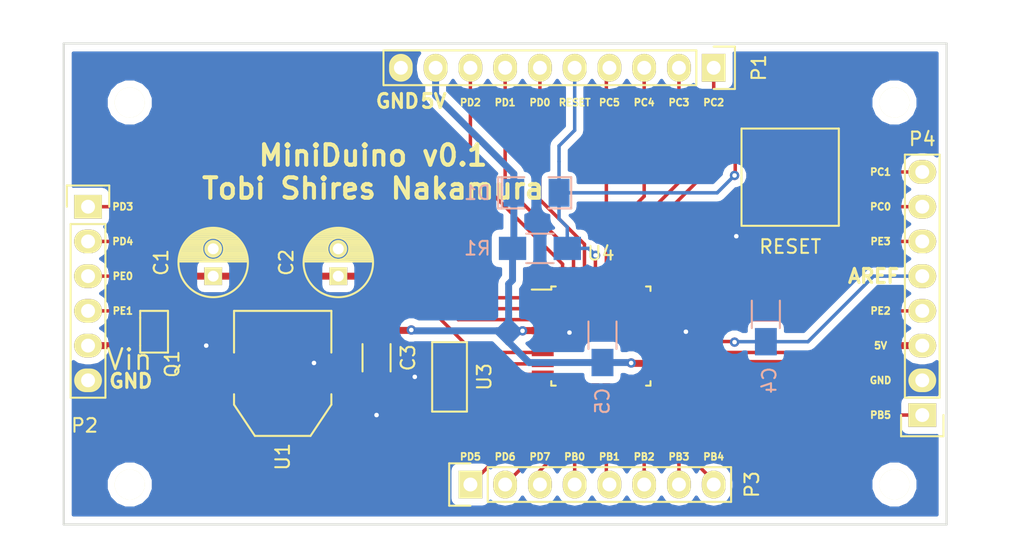
<source format=kicad_pcb>
(kicad_pcb (version 4) (host pcbnew 4.0.1-stable)

  (general
    (links 59)
    (no_connects 0)
    (area 140.275457 40.659266 215.324543 81.260733)
    (thickness 1.6)
    (drawings 37)
    (tracks 190)
    (zones 0)
    (modules 20)
    (nets 33)
  )

  (page A4)
  (layers
    (0 F.Cu signal)
    (31 B.Cu signal)
    (32 B.Adhes user)
    (33 F.Adhes user)
    (34 B.Paste user)
    (35 F.Paste user)
    (36 B.SilkS user)
    (37 F.SilkS user)
    (38 B.Mask user)
    (39 F.Mask user)
    (40 Dwgs.User user)
    (41 Cmts.User user)
    (42 Eco1.User user)
    (43 Eco2.User user)
    (44 Edge.Cuts user)
    (45 Margin user)
    (46 B.CrtYd user)
    (47 F.CrtYd user)
    (48 B.Fab user)
    (49 F.Fab user)
  )

  (setup
    (last_trace_width 0.254)
    (trace_clearance 0.1524)
    (zone_clearance 0.508)
    (zone_45_only no)
    (trace_min 0.1524)
    (segment_width 0.2)
    (edge_width 0.15)
    (via_size 0.6858)
    (via_drill 0.3302)
    (via_min_size 0.6858)
    (via_min_drill 0.3302)
    (uvia_size 0.3)
    (uvia_drill 0.1)
    (uvias_allowed no)
    (uvia_min_size 0.2)
    (uvia_min_drill 0.1)
    (pcb_text_width 0.127)
    (pcb_text_size 0.508 0.508)
    (mod_edge_width 0.15)
    (mod_text_size 1 1)
    (mod_text_width 0.15)
    (pad_size 1.524 1.524)
    (pad_drill 0.762)
    (pad_to_mask_clearance 0.2)
    (aux_axis_origin 0 0)
    (visible_elements 7FFFF7FF)
    (pcbplotparams
      (layerselection 0x010f0_80000001)
      (usegerberextensions false)
      (excludeedgelayer true)
      (linewidth 0.100000)
      (plotframeref false)
      (viasonmask false)
      (mode 1)
      (useauxorigin false)
      (hpglpennumber 1)
      (hpglpenspeed 20)
      (hpglpendiameter 15)
      (hpglpenoverlay 2)
      (psnegative false)
      (psa4output false)
      (plotreference true)
      (plotvalue false)
      (plotinvisibletext false)
      (padsonsilk false)
      (subtractmaskfromsilk true)
      (outputformat 1)
      (mirror false)
      (drillshape 0)
      (scaleselection 1)
      (outputdirectory GERBERS/))
  )

  (net 0 "")
  (net 1 "Net-(C1-Pad1)")
  (net 2 GND)
  (net 3 /VDD)
  (net 4 AREF)
  (net 5 RESET)
  (net 6 "Net-(P1-Pad1)")
  (net 7 "Net-(P1-Pad2)")
  (net 8 "Net-(P1-Pad3)")
  (net 9 "Net-(P1-Pad4)")
  (net 10 "Net-(P1-Pad6)")
  (net 11 "Net-(P1-Pad7)")
  (net 12 "Net-(P2-Pad1)")
  (net 13 "Net-(P2-Pad2)")
  (net 14 "Net-(P2-Pad3)")
  (net 15 Vin)
  (net 16 "Net-(P3-Pad1)")
  (net 17 "Net-(P3-Pad2)")
  (net 18 "Net-(P3-Pad3)")
  (net 19 "Net-(P3-Pad4)")
  (net 20 "Net-(P3-Pad5)")
  (net 21 "Net-(P3-Pad6)")
  (net 22 "Net-(P3-Pad7)")
  (net 23 "Net-(P3-Pad8)")
  (net 24 "Net-(P4-Pad1)")
  (net 25 "Net-(P4-Pad6)")
  (net 26 "Net-(P4-Pad7)")
  (net 27 "Net-(U3-Pad3)")
  (net 28 "Net-(U3-Pad1)")
  (net 29 "Net-(P1-Pad8)")
  (net 30 "Net-(P2-Pad4)")
  (net 31 "Net-(P4-Pad4)")
  (net 32 "Net-(P4-Pad8)")

  (net_class Default "This is the default net class."
    (clearance 0.1524)
    (trace_width 0.254)
    (via_dia 0.6858)
    (via_drill 0.3302)
    (uvia_dia 0.3)
    (uvia_drill 0.1)
    (add_net AREF)
    (add_net GND)
    (add_net "Net-(P1-Pad1)")
    (add_net "Net-(P1-Pad2)")
    (add_net "Net-(P1-Pad3)")
    (add_net "Net-(P1-Pad4)")
    (add_net "Net-(P1-Pad6)")
    (add_net "Net-(P1-Pad7)")
    (add_net "Net-(P1-Pad8)")
    (add_net "Net-(P2-Pad1)")
    (add_net "Net-(P2-Pad2)")
    (add_net "Net-(P2-Pad3)")
    (add_net "Net-(P2-Pad4)")
    (add_net "Net-(P3-Pad1)")
    (add_net "Net-(P3-Pad2)")
    (add_net "Net-(P3-Pad3)")
    (add_net "Net-(P3-Pad4)")
    (add_net "Net-(P3-Pad5)")
    (add_net "Net-(P3-Pad6)")
    (add_net "Net-(P3-Pad7)")
    (add_net "Net-(P3-Pad8)")
    (add_net "Net-(P4-Pad1)")
    (add_net "Net-(P4-Pad4)")
    (add_net "Net-(P4-Pad6)")
    (add_net "Net-(P4-Pad7)")
    (add_net "Net-(P4-Pad8)")
    (add_net "Net-(U3-Pad1)")
    (add_net "Net-(U3-Pad3)")
    (add_net RESET)
  )

  (net_class Vin ""
    (clearance 0.1524)
    (trace_width 0.508)
    (via_dia 0.6858)
    (via_drill 0.3302)
    (uvia_dia 0.3)
    (uvia_drill 0.1)
    (add_net "Net-(C1-Pad1)")
    (add_net Vin)
  )

  (net_class power ""
    (clearance 0.1524)
    (trace_width 0.508)
    (via_dia 0.6858)
    (via_drill 0.3302)
    (uvia_dia 0.3)
    (uvia_drill 0.1)
    (add_net /VDD)
  )

  (module Capacitors_ThroughHole:C_Radial_D5_L11_P2 (layer F.Cu) (tedit 0) (tstamp 57D054C4)
    (at 155.956 60.96 90)
    (descr "Radial Electrolytic Capacitor 5mm x Length 11mm, Pitch 2mm")
    (tags "Electrolytic Capacitor")
    (path /57CF95FC)
    (fp_text reference C1 (at 1 -3.8 90) (layer F.SilkS)
      (effects (font (size 1 1) (thickness 0.15)))
    )
    (fp_text value 47u (at 1 3.8 90) (layer F.Fab)
      (effects (font (size 1 1) (thickness 0.15)))
    )
    (fp_line (start 1.075 -2.499) (end 1.075 2.499) (layer F.SilkS) (width 0.15))
    (fp_line (start 1.215 -2.491) (end 1.215 -0.154) (layer F.SilkS) (width 0.15))
    (fp_line (start 1.215 0.154) (end 1.215 2.491) (layer F.SilkS) (width 0.15))
    (fp_line (start 1.355 -2.475) (end 1.355 -0.473) (layer F.SilkS) (width 0.15))
    (fp_line (start 1.355 0.473) (end 1.355 2.475) (layer F.SilkS) (width 0.15))
    (fp_line (start 1.495 -2.451) (end 1.495 -0.62) (layer F.SilkS) (width 0.15))
    (fp_line (start 1.495 0.62) (end 1.495 2.451) (layer F.SilkS) (width 0.15))
    (fp_line (start 1.635 -2.418) (end 1.635 -0.712) (layer F.SilkS) (width 0.15))
    (fp_line (start 1.635 0.712) (end 1.635 2.418) (layer F.SilkS) (width 0.15))
    (fp_line (start 1.775 -2.377) (end 1.775 -0.768) (layer F.SilkS) (width 0.15))
    (fp_line (start 1.775 0.768) (end 1.775 2.377) (layer F.SilkS) (width 0.15))
    (fp_line (start 1.915 -2.327) (end 1.915 -0.795) (layer F.SilkS) (width 0.15))
    (fp_line (start 1.915 0.795) (end 1.915 2.327) (layer F.SilkS) (width 0.15))
    (fp_line (start 2.055 -2.266) (end 2.055 -0.798) (layer F.SilkS) (width 0.15))
    (fp_line (start 2.055 0.798) (end 2.055 2.266) (layer F.SilkS) (width 0.15))
    (fp_line (start 2.195 -2.196) (end 2.195 -0.776) (layer F.SilkS) (width 0.15))
    (fp_line (start 2.195 0.776) (end 2.195 2.196) (layer F.SilkS) (width 0.15))
    (fp_line (start 2.335 -2.114) (end 2.335 -0.726) (layer F.SilkS) (width 0.15))
    (fp_line (start 2.335 0.726) (end 2.335 2.114) (layer F.SilkS) (width 0.15))
    (fp_line (start 2.475 -2.019) (end 2.475 -0.644) (layer F.SilkS) (width 0.15))
    (fp_line (start 2.475 0.644) (end 2.475 2.019) (layer F.SilkS) (width 0.15))
    (fp_line (start 2.615 -1.908) (end 2.615 -0.512) (layer F.SilkS) (width 0.15))
    (fp_line (start 2.615 0.512) (end 2.615 1.908) (layer F.SilkS) (width 0.15))
    (fp_line (start 2.755 -1.78) (end 2.755 -0.265) (layer F.SilkS) (width 0.15))
    (fp_line (start 2.755 0.265) (end 2.755 1.78) (layer F.SilkS) (width 0.15))
    (fp_line (start 2.895 -1.631) (end 2.895 1.631) (layer F.SilkS) (width 0.15))
    (fp_line (start 3.035 -1.452) (end 3.035 1.452) (layer F.SilkS) (width 0.15))
    (fp_line (start 3.175 -1.233) (end 3.175 1.233) (layer F.SilkS) (width 0.15))
    (fp_line (start 3.315 -0.944) (end 3.315 0.944) (layer F.SilkS) (width 0.15))
    (fp_line (start 3.455 -0.472) (end 3.455 0.472) (layer F.SilkS) (width 0.15))
    (fp_circle (center 2 0) (end 2 -0.8) (layer F.SilkS) (width 0.15))
    (fp_circle (center 1 0) (end 1 -2.5375) (layer F.SilkS) (width 0.15))
    (fp_circle (center 1 0) (end 1 -2.8) (layer F.CrtYd) (width 0.05))
    (pad 1 thru_hole rect (at 0 0 90) (size 1.3 1.3) (drill 0.8) (layers *.Cu *.Mask F.SilkS)
      (net 1 "Net-(C1-Pad1)"))
    (pad 2 thru_hole circle (at 2 0 90) (size 1.3 1.3) (drill 0.8) (layers *.Cu *.Mask F.SilkS)
      (net 2 GND))
    (model Capacitors_ThroughHole.3dshapes/C_Radial_D5_L11_P2.wrl
      (at (xyz 0 0 0))
      (scale (xyz 1 1 1))
      (rotate (xyz 0 0 0))
    )
  )

  (module Capacitors_ThroughHole:C_Radial_D5_L11_P2 (layer F.Cu) (tedit 0) (tstamp 57D054CA)
    (at 165.1 60.96 90)
    (descr "Radial Electrolytic Capacitor 5mm x Length 11mm, Pitch 2mm")
    (tags "Electrolytic Capacitor")
    (path /57CF965C)
    (fp_text reference C2 (at 1 -3.8 90) (layer F.SilkS)
      (effects (font (size 1 1) (thickness 0.15)))
    )
    (fp_text value 47u (at 1 3.8 90) (layer F.Fab)
      (effects (font (size 1 1) (thickness 0.15)))
    )
    (fp_line (start 1.075 -2.499) (end 1.075 2.499) (layer F.SilkS) (width 0.15))
    (fp_line (start 1.215 -2.491) (end 1.215 -0.154) (layer F.SilkS) (width 0.15))
    (fp_line (start 1.215 0.154) (end 1.215 2.491) (layer F.SilkS) (width 0.15))
    (fp_line (start 1.355 -2.475) (end 1.355 -0.473) (layer F.SilkS) (width 0.15))
    (fp_line (start 1.355 0.473) (end 1.355 2.475) (layer F.SilkS) (width 0.15))
    (fp_line (start 1.495 -2.451) (end 1.495 -0.62) (layer F.SilkS) (width 0.15))
    (fp_line (start 1.495 0.62) (end 1.495 2.451) (layer F.SilkS) (width 0.15))
    (fp_line (start 1.635 -2.418) (end 1.635 -0.712) (layer F.SilkS) (width 0.15))
    (fp_line (start 1.635 0.712) (end 1.635 2.418) (layer F.SilkS) (width 0.15))
    (fp_line (start 1.775 -2.377) (end 1.775 -0.768) (layer F.SilkS) (width 0.15))
    (fp_line (start 1.775 0.768) (end 1.775 2.377) (layer F.SilkS) (width 0.15))
    (fp_line (start 1.915 -2.327) (end 1.915 -0.795) (layer F.SilkS) (width 0.15))
    (fp_line (start 1.915 0.795) (end 1.915 2.327) (layer F.SilkS) (width 0.15))
    (fp_line (start 2.055 -2.266) (end 2.055 -0.798) (layer F.SilkS) (width 0.15))
    (fp_line (start 2.055 0.798) (end 2.055 2.266) (layer F.SilkS) (width 0.15))
    (fp_line (start 2.195 -2.196) (end 2.195 -0.776) (layer F.SilkS) (width 0.15))
    (fp_line (start 2.195 0.776) (end 2.195 2.196) (layer F.SilkS) (width 0.15))
    (fp_line (start 2.335 -2.114) (end 2.335 -0.726) (layer F.SilkS) (width 0.15))
    (fp_line (start 2.335 0.726) (end 2.335 2.114) (layer F.SilkS) (width 0.15))
    (fp_line (start 2.475 -2.019) (end 2.475 -0.644) (layer F.SilkS) (width 0.15))
    (fp_line (start 2.475 0.644) (end 2.475 2.019) (layer F.SilkS) (width 0.15))
    (fp_line (start 2.615 -1.908) (end 2.615 -0.512) (layer F.SilkS) (width 0.15))
    (fp_line (start 2.615 0.512) (end 2.615 1.908) (layer F.SilkS) (width 0.15))
    (fp_line (start 2.755 -1.78) (end 2.755 -0.265) (layer F.SilkS) (width 0.15))
    (fp_line (start 2.755 0.265) (end 2.755 1.78) (layer F.SilkS) (width 0.15))
    (fp_line (start 2.895 -1.631) (end 2.895 1.631) (layer F.SilkS) (width 0.15))
    (fp_line (start 3.035 -1.452) (end 3.035 1.452) (layer F.SilkS) (width 0.15))
    (fp_line (start 3.175 -1.233) (end 3.175 1.233) (layer F.SilkS) (width 0.15))
    (fp_line (start 3.315 -0.944) (end 3.315 0.944) (layer F.SilkS) (width 0.15))
    (fp_line (start 3.455 -0.472) (end 3.455 0.472) (layer F.SilkS) (width 0.15))
    (fp_circle (center 2 0) (end 2 -0.8) (layer F.SilkS) (width 0.15))
    (fp_circle (center 1 0) (end 1 -2.5375) (layer F.SilkS) (width 0.15))
    (fp_circle (center 1 0) (end 1 -2.8) (layer F.CrtYd) (width 0.05))
    (pad 1 thru_hole rect (at 0 0 90) (size 1.3 1.3) (drill 0.8) (layers *.Cu *.Mask F.SilkS)
      (net 3 /VDD))
    (pad 2 thru_hole circle (at 2 0 90) (size 1.3 1.3) (drill 0.8) (layers *.Cu *.Mask F.SilkS)
      (net 2 GND))
    (model Capacitors_ThroughHole.3dshapes/C_Radial_D5_L11_P2.wrl
      (at (xyz 0 0 0))
      (scale (xyz 1 1 1))
      (rotate (xyz 0 0 0))
    )
  )

  (module Capacitors_SMD:C_1206_HandSoldering (layer F.Cu) (tedit 541A9C03) (tstamp 57D054D0)
    (at 167.894 66.929 270)
    (descr "Capacitor SMD 1206, hand soldering")
    (tags "capacitor 1206")
    (path /57CF96FC)
    (attr smd)
    (fp_text reference C3 (at 0 -2.3 270) (layer F.SilkS)
      (effects (font (size 1 1) (thickness 0.15)))
    )
    (fp_text value 100n (at 0 2.3 270) (layer F.Fab)
      (effects (font (size 1 1) (thickness 0.15)))
    )
    (fp_line (start -3.3 -1.15) (end 3.3 -1.15) (layer F.CrtYd) (width 0.05))
    (fp_line (start -3.3 1.15) (end 3.3 1.15) (layer F.CrtYd) (width 0.05))
    (fp_line (start -3.3 -1.15) (end -3.3 1.15) (layer F.CrtYd) (width 0.05))
    (fp_line (start 3.3 -1.15) (end 3.3 1.15) (layer F.CrtYd) (width 0.05))
    (fp_line (start 1 -1.025) (end -1 -1.025) (layer F.SilkS) (width 0.15))
    (fp_line (start -1 1.025) (end 1 1.025) (layer F.SilkS) (width 0.15))
    (pad 1 smd rect (at -2 0 270) (size 2 1.6) (layers F.Cu F.Paste F.Mask)
      (net 3 /VDD))
    (pad 2 smd rect (at 2 0 270) (size 2 1.6) (layers F.Cu F.Paste F.Mask)
      (net 2 GND))
    (model Capacitors_SMD.3dshapes/C_1206_HandSoldering.wrl
      (at (xyz 0 0 0))
      (scale (xyz 1 1 1))
      (rotate (xyz 0 0 0))
    )
  )

  (module Capacitors_SMD:C_1206_HandSoldering (layer B.Cu) (tedit 57D447DA) (tstamp 57D054D6)
    (at 196.342 63.754 90)
    (descr "Capacitor SMD 1206, hand soldering")
    (tags "capacitor 1206")
    (path /57CFE21D)
    (attr smd)
    (fp_text reference C4 (at -4.826 0.254 90) (layer B.SilkS)
      (effects (font (size 1 1) (thickness 0.15)) (justify mirror))
    )
    (fp_text value 100n (at 0 -2.3 90) (layer B.Fab)
      (effects (font (size 1 1) (thickness 0.15)) (justify mirror))
    )
    (fp_line (start -3.3 1.15) (end 3.3 1.15) (layer B.CrtYd) (width 0.05))
    (fp_line (start -3.3 -1.15) (end 3.3 -1.15) (layer B.CrtYd) (width 0.05))
    (fp_line (start -3.3 1.15) (end -3.3 -1.15) (layer B.CrtYd) (width 0.05))
    (fp_line (start 3.3 1.15) (end 3.3 -1.15) (layer B.CrtYd) (width 0.05))
    (fp_line (start 1 1.025) (end -1 1.025) (layer B.SilkS) (width 0.15))
    (fp_line (start -1 -1.025) (end 1 -1.025) (layer B.SilkS) (width 0.15))
    (pad 1 smd rect (at -2 0 90) (size 2 1.6) (layers B.Cu B.Paste B.Mask)
      (net 4 AREF))
    (pad 2 smd rect (at 2 0 90) (size 2 1.6) (layers B.Cu B.Paste B.Mask)
      (net 2 GND))
    (model Capacitors_SMD.3dshapes/C_1206_HandSoldering.wrl
      (at (xyz 0 0 0))
      (scale (xyz 1 1 1))
      (rotate (xyz 0 0 0))
    )
  )

  (module Capacitors_SMD:C_1206_HandSoldering (layer B.Cu) (tedit 57D447D4) (tstamp 57D054DC)
    (at 184.404 65.278 270)
    (descr "Capacitor SMD 1206, hand soldering")
    (tags "capacitor 1206")
    (path /57CFDDDF)
    (attr smd)
    (fp_text reference C5 (at 4.826 0 270) (layer B.SilkS)
      (effects (font (size 1 1) (thickness 0.15)) (justify mirror))
    )
    (fp_text value 100n (at 0 -2.3 270) (layer B.Fab)
      (effects (font (size 1 1) (thickness 0.15)) (justify mirror))
    )
    (fp_line (start -3.3 1.15) (end 3.3 1.15) (layer B.CrtYd) (width 0.05))
    (fp_line (start -3.3 -1.15) (end 3.3 -1.15) (layer B.CrtYd) (width 0.05))
    (fp_line (start -3.3 1.15) (end -3.3 -1.15) (layer B.CrtYd) (width 0.05))
    (fp_line (start 3.3 1.15) (end 3.3 -1.15) (layer B.CrtYd) (width 0.05))
    (fp_line (start 1 1.025) (end -1 1.025) (layer B.SilkS) (width 0.15))
    (fp_line (start -1 -1.025) (end 1 -1.025) (layer B.SilkS) (width 0.15))
    (pad 1 smd rect (at -2 0 270) (size 2 1.6) (layers B.Cu B.Paste B.Mask)
      (net 2 GND))
    (pad 2 smd rect (at 2 0 270) (size 2 1.6) (layers B.Cu B.Paste B.Mask)
      (net 3 /VDD))
    (model Capacitors_SMD.3dshapes/C_1206_HandSoldering.wrl
      (at (xyz 0 0 0))
      (scale (xyz 1 1 1))
      (rotate (xyz 0 0 0))
    )
  )

  (module SMD_Packages:SMD-1206_Pol (layer B.Cu) (tedit 57D0E3B7) (tstamp 57D054E2)
    (at 179.578 54.864)
    (path /57CFA3D5)
    (attr smd)
    (fp_text reference D1 (at -4.318 0) (layer B.SilkS)
      (effects (font (size 1 1) (thickness 0.15)) (justify mirror))
    )
    (fp_text value D (at 0 0) (layer B.Fab)
      (effects (font (size 1 1) (thickness 0.15)) (justify mirror))
    )
    (fp_line (start -2.54 1.143) (end -2.794 1.143) (layer B.SilkS) (width 0.15))
    (fp_line (start -2.794 1.143) (end -2.794 -1.143) (layer B.SilkS) (width 0.15))
    (fp_line (start -2.794 -1.143) (end -2.54 -1.143) (layer B.SilkS) (width 0.15))
    (fp_line (start -2.54 1.143) (end -2.54 -1.143) (layer B.SilkS) (width 0.15))
    (fp_line (start -2.54 -1.143) (end -0.889 -1.143) (layer B.SilkS) (width 0.15))
    (fp_line (start 0.889 1.143) (end 2.54 1.143) (layer B.SilkS) (width 0.15))
    (fp_line (start 2.54 1.143) (end 2.54 -1.143) (layer B.SilkS) (width 0.15))
    (fp_line (start 2.54 -1.143) (end 0.889 -1.143) (layer B.SilkS) (width 0.15))
    (fp_line (start -0.889 1.143) (end -2.54 1.143) (layer B.SilkS) (width 0.15))
    (pad 1 smd rect (at -1.651 0) (size 1.524 2.032) (layers B.Cu B.Paste B.Mask)
      (net 3 /VDD))
    (pad 2 smd rect (at 1.651 0) (size 1.524 2.032) (layers B.Cu B.Paste B.Mask)
      (net 5 RESET))
    (model SMD_Packages.3dshapes/SMD-1206_Pol.wrl
      (at (xyz 0 0 0))
      (scale (xyz 0.17 0.16 0.16))
      (rotate (xyz 0 0 0))
    )
  )

  (module Pin_Headers:Pin_Header_Straight_1x06 (layer F.Cu) (tedit 57D0E38F) (tstamp 57D054F8)
    (at 146.812 55.88)
    (descr "Through hole pin header")
    (tags "pin header")
    (path /57D00D3E)
    (fp_text reference P2 (at -0.254 16.002) (layer F.SilkS)
      (effects (font (size 1 1) (thickness 0.15)))
    )
    (fp_text value CONN_01X06 (at 0 -3.1) (layer F.Fab)
      (effects (font (size 1 1) (thickness 0.15)))
    )
    (fp_line (start -1.75 -1.75) (end -1.75 14.45) (layer F.CrtYd) (width 0.05))
    (fp_line (start 1.75 -1.75) (end 1.75 14.45) (layer F.CrtYd) (width 0.05))
    (fp_line (start -1.75 -1.75) (end 1.75 -1.75) (layer F.CrtYd) (width 0.05))
    (fp_line (start -1.75 14.45) (end 1.75 14.45) (layer F.CrtYd) (width 0.05))
    (fp_line (start 1.27 1.27) (end 1.27 13.97) (layer F.SilkS) (width 0.15))
    (fp_line (start 1.27 13.97) (end -1.27 13.97) (layer F.SilkS) (width 0.15))
    (fp_line (start -1.27 13.97) (end -1.27 1.27) (layer F.SilkS) (width 0.15))
    (fp_line (start 1.55 -1.55) (end 1.55 0) (layer F.SilkS) (width 0.15))
    (fp_line (start 1.27 1.27) (end -1.27 1.27) (layer F.SilkS) (width 0.15))
    (fp_line (start -1.55 0) (end -1.55 -1.55) (layer F.SilkS) (width 0.15))
    (fp_line (start -1.55 -1.55) (end 1.55 -1.55) (layer F.SilkS) (width 0.15))
    (pad 1 thru_hole rect (at 0 0) (size 2.032 1.7272) (drill 1.016) (layers *.Cu *.Mask F.SilkS)
      (net 12 "Net-(P2-Pad1)"))
    (pad 2 thru_hole oval (at 0 2.54) (size 2.032 1.7272) (drill 1.016) (layers *.Cu *.Mask F.SilkS)
      (net 13 "Net-(P2-Pad2)"))
    (pad 3 thru_hole oval (at 0 5.08) (size 2.032 1.7272) (drill 1.016) (layers *.Cu *.Mask F.SilkS)
      (net 14 "Net-(P2-Pad3)"))
    (pad 4 thru_hole oval (at 0 7.62) (size 2.032 1.7272) (drill 1.016) (layers *.Cu *.Mask F.SilkS)
      (net 30 "Net-(P2-Pad4)"))
    (pad 5 thru_hole oval (at 0 10.16) (size 2.032 1.7272) (drill 1.016) (layers *.Cu *.Mask F.SilkS)
      (net 15 Vin))
    (pad 6 thru_hole oval (at 0 12.7) (size 2.032 1.7272) (drill 1.016) (layers *.Cu *.Mask F.SilkS)
      (net 2 GND))
    (model Pin_Headers.3dshapes/Pin_Header_Straight_1x06.wrl
      (at (xyz 0 -0.25 0))
      (scale (xyz 1 1 1))
      (rotate (xyz 0 0 90))
    )
  )

  (module Pin_Headers:Pin_Header_Straight_1x08 (layer F.Cu) (tedit 57D0E383) (tstamp 57D05504)
    (at 174.752 76.2 90)
    (descr "Through hole pin header")
    (tags "pin header")
    (path /57D009CE)
    (fp_text reference P3 (at 0 20.574 90) (layer F.SilkS)
      (effects (font (size 1 1) (thickness 0.15)))
    )
    (fp_text value CONN_01X08 (at 0 -3.1 90) (layer F.Fab)
      (effects (font (size 1 1) (thickness 0.15)))
    )
    (fp_line (start -1.75 -1.75) (end -1.75 19.55) (layer F.CrtYd) (width 0.05))
    (fp_line (start 1.75 -1.75) (end 1.75 19.55) (layer F.CrtYd) (width 0.05))
    (fp_line (start -1.75 -1.75) (end 1.75 -1.75) (layer F.CrtYd) (width 0.05))
    (fp_line (start -1.75 19.55) (end 1.75 19.55) (layer F.CrtYd) (width 0.05))
    (fp_line (start 1.27 1.27) (end 1.27 19.05) (layer F.SilkS) (width 0.15))
    (fp_line (start 1.27 19.05) (end -1.27 19.05) (layer F.SilkS) (width 0.15))
    (fp_line (start -1.27 19.05) (end -1.27 1.27) (layer F.SilkS) (width 0.15))
    (fp_line (start 1.55 -1.55) (end 1.55 0) (layer F.SilkS) (width 0.15))
    (fp_line (start 1.27 1.27) (end -1.27 1.27) (layer F.SilkS) (width 0.15))
    (fp_line (start -1.55 0) (end -1.55 -1.55) (layer F.SilkS) (width 0.15))
    (fp_line (start -1.55 -1.55) (end 1.55 -1.55) (layer F.SilkS) (width 0.15))
    (pad 1 thru_hole rect (at 0 0 90) (size 2.032 1.7272) (drill 1.016) (layers *.Cu *.Mask F.SilkS)
      (net 16 "Net-(P3-Pad1)"))
    (pad 2 thru_hole oval (at 0 2.54 90) (size 2.032 1.7272) (drill 1.016) (layers *.Cu *.Mask F.SilkS)
      (net 17 "Net-(P3-Pad2)"))
    (pad 3 thru_hole oval (at 0 5.08 90) (size 2.032 1.7272) (drill 1.016) (layers *.Cu *.Mask F.SilkS)
      (net 18 "Net-(P3-Pad3)"))
    (pad 4 thru_hole oval (at 0 7.62 90) (size 2.032 1.7272) (drill 1.016) (layers *.Cu *.Mask F.SilkS)
      (net 19 "Net-(P3-Pad4)"))
    (pad 5 thru_hole oval (at 0 10.16 90) (size 2.032 1.7272) (drill 1.016) (layers *.Cu *.Mask F.SilkS)
      (net 20 "Net-(P3-Pad5)"))
    (pad 6 thru_hole oval (at 0 12.7 90) (size 2.032 1.7272) (drill 1.016) (layers *.Cu *.Mask F.SilkS)
      (net 21 "Net-(P3-Pad6)"))
    (pad 7 thru_hole oval (at 0 15.24 90) (size 2.032 1.7272) (drill 1.016) (layers *.Cu *.Mask F.SilkS)
      (net 22 "Net-(P3-Pad7)"))
    (pad 8 thru_hole oval (at 0 17.78 90) (size 2.032 1.7272) (drill 1.016) (layers *.Cu *.Mask F.SilkS)
      (net 23 "Net-(P3-Pad8)"))
    (model Pin_Headers.3dshapes/Pin_Header_Straight_1x08.wrl
      (at (xyz 0 -0.35 0))
      (scale (xyz 1 1 1))
      (rotate (xyz 0 0 90))
    )
  )

  (module MiniDuino:RRR040P03 (layer F.Cu) (tedit 57D370AD) (tstamp 57D0551C)
    (at 150.622 65.024 90)
    (path /57D069F2)
    (fp_text reference Q1 (at -2.3622 2.3368 90) (layer F.SilkS)
      (effects (font (size 1 1) (thickness 0.15)))
    )
    (fp_text value RRR040P03TLCT (at 0.254 -1.778 90) (layer F.Fab)
      (effects (font (size 1 1) (thickness 0.15)))
    )
    (fp_line (start -1.016 0) (end 1.016 0) (layer F.SilkS) (width 0.15))
    (fp_line (start 1.016 0) (end 1.524 0) (layer F.SilkS) (width 0.15))
    (fp_line (start 1.524 0) (end 1.524 2.032) (layer F.SilkS) (width 0.15))
    (fp_line (start 1.524 2.032) (end -1.524 2.032) (layer F.SilkS) (width 0.15))
    (fp_line (start -1.524 2.032) (end -1.524 0) (layer F.SilkS) (width 0.15))
    (fp_line (start -1.524 0) (end -1.016 0) (layer F.SilkS) (width 0.15))
    (pad 2 smd rect (at 0 -0.3 90) (size 0.7 1.2) (layers F.Cu F.Paste F.Mask)
      (net 15 Vin))
    (pad 1 smd rect (at -0.95 2.4 90) (size 0.7 1.2) (layers F.Cu F.Paste F.Mask)
      (net 2 GND))
    (pad 3 smd rect (at 0.95 2.4 90) (size 0.7 1.2) (layers F.Cu F.Paste F.Mask)
      (net 1 "Net-(C1-Pad1)"))
  )

  (module Resistors_SMD:R_1206_HandSoldering (layer B.Cu) (tedit 57D0E3BC) (tstamp 57D05522)
    (at 179.832 58.928)
    (descr "Resistor SMD 1206, hand soldering")
    (tags "resistor 1206")
    (path /57CFA380)
    (attr smd)
    (fp_text reference R1 (at -4.572 0) (layer B.SilkS)
      (effects (font (size 1 1) (thickness 0.15)) (justify mirror))
    )
    (fp_text value 10K (at 0 -2.3) (layer B.Fab)
      (effects (font (size 1 1) (thickness 0.15)) (justify mirror))
    )
    (fp_line (start -3.3 1.2) (end 3.3 1.2) (layer B.CrtYd) (width 0.05))
    (fp_line (start -3.3 -1.2) (end 3.3 -1.2) (layer B.CrtYd) (width 0.05))
    (fp_line (start -3.3 1.2) (end -3.3 -1.2) (layer B.CrtYd) (width 0.05))
    (fp_line (start 3.3 1.2) (end 3.3 -1.2) (layer B.CrtYd) (width 0.05))
    (fp_line (start 1 -1.075) (end -1 -1.075) (layer B.SilkS) (width 0.15))
    (fp_line (start -1 1.075) (end 1 1.075) (layer B.SilkS) (width 0.15))
    (pad 1 smd rect (at -2 0) (size 2 1.7) (layers B.Cu B.Paste B.Mask)
      (net 3 /VDD))
    (pad 2 smd rect (at 2 0) (size 2 1.7) (layers B.Cu B.Paste B.Mask)
      (net 5 RESET))
    (model Resistors_SMD.3dshapes/R_1206_HandSoldering.wrl
      (at (xyz 0 0 0))
      (scale (xyz 1 1 1))
      (rotate (xyz 0 0 0))
    )
  )

  (module MiniDuino:PTS645 (layer F.Cu) (tedit 57D447B4) (tstamp 57D0552E)
    (at 198.12 53.721 180)
    (path /57D0729A)
    (fp_text reference RESET (at 0 -5.08 180) (layer F.SilkS)
      (effects (font (size 1 1) (thickness 0.15)))
    )
    (fp_text value SW_PUSH (at 0 -6.096 180) (layer F.Fab)
      (effects (font (size 1 1) (thickness 0.15)))
    )
    (fp_line (start -3.556 -3.556) (end 3.556 -3.556) (layer F.SilkS) (width 0.15))
    (fp_line (start 3.556 -3.556) (end 3.556 3.556) (layer F.SilkS) (width 0.15))
    (fp_line (start 3.556 3.556) (end -3.556 3.556) (layer F.SilkS) (width 0.15))
    (fp_line (start -3.556 3.556) (end -3.556 -3.556) (layer F.SilkS) (width 0.15))
    (pad 2 smd rect (at -4.015 2.419 180) (size 1.65 1.4) (layers F.Cu F.Paste F.Mask)
      (net 5 RESET))
    (pad 1 smd rect (at -4.015 -2.292 180) (size 1.65 1.4) (layers F.Cu F.Paste F.Mask)
      (net 2 GND))
    (pad 1 smd rect (at 4.015 -2.292 180) (size 1.65 1.4) (layers F.Cu F.Paste F.Mask)
      (net 2 GND))
    (pad 2 smd rect (at 4.015 2.419 180) (size 1.65 1.4) (layers F.Cu F.Paste F.Mask)
      (net 5 RESET))
  )

  (module TO_SOT_Packages_SMD:SOT-223 (layer F.Cu) (tedit 57D0CE74) (tstamp 57D05536)
    (at 161.036 68.072 180)
    (descr "module CMS SOT223 4 pins")
    (tags "CMS SOT")
    (path /57CF86DE)
    (attr smd)
    (fp_text reference U1 (at 0 -6.096 270) (layer F.SilkS)
      (effects (font (size 1 1) (thickness 0.15)))
    )
    (fp_text value NCP1117ST50T3G (at 0 0.762 180) (layer F.Fab)
      (effects (font (size 1 1) (thickness 0.15)))
    )
    (fp_line (start -3.556 1.524) (end -3.556 4.572) (layer F.SilkS) (width 0.15))
    (fp_line (start -3.556 4.572) (end 3.556 4.572) (layer F.SilkS) (width 0.15))
    (fp_line (start 3.556 4.572) (end 3.556 1.524) (layer F.SilkS) (width 0.15))
    (fp_line (start -3.556 -1.524) (end -3.556 -2.286) (layer F.SilkS) (width 0.15))
    (fp_line (start -3.556 -2.286) (end -2.032 -4.572) (layer F.SilkS) (width 0.15))
    (fp_line (start -2.032 -4.572) (end 2.032 -4.572) (layer F.SilkS) (width 0.15))
    (fp_line (start 2.032 -4.572) (end 3.556 -2.286) (layer F.SilkS) (width 0.15))
    (fp_line (start 3.556 -2.286) (end 3.556 -1.524) (layer F.SilkS) (width 0.15))
    (pad 4 smd rect (at 0 -3.302 180) (size 3.6576 2.032) (layers F.Cu F.Paste F.Mask))
    (pad 2 smd rect (at 0 3.302 180) (size 1.016 2.032) (layers F.Cu F.Paste F.Mask)
      (net 3 /VDD))
    (pad 3 smd rect (at 2.286 3.302 180) (size 1.016 2.032) (layers F.Cu F.Paste F.Mask)
      (net 1 "Net-(C1-Pad1)"))
    (pad 1 smd rect (at -2.286 3.302 180) (size 1.016 2.032) (layers F.Cu F.Paste F.Mask)
      (net 2 GND))
    (model TO_SOT_Packages_SMD.3dshapes/SOT-223.wrl
      (at (xyz 0 0 0))
      (scale (xyz 0.4 0.4 0.4))
      (rotate (xyz 0 0 0))
    )
  )

  (module MiniDuino:CSTCE16M0V53-R0 (layer F.Cu) (tedit 57CFA594) (tstamp 57D05541)
    (at 173.228 68.326 90)
    (path /57D05C5B)
    (fp_text reference U3 (at 0 2.54 90) (layer F.SilkS)
      (effects (font (size 1 1) (thickness 0.15)))
    )
    (fp_text value CSTCE16M0V53-R0 (at 0 -2.54 90) (layer F.Fab)
      (effects (font (size 1 1) (thickness 0.15)))
    )
    (fp_line (start -2.54 -1.27) (end -2.54 1.27) (layer F.SilkS) (width 0.15))
    (fp_line (start -2.54 1.27) (end 2.54 1.27) (layer F.SilkS) (width 0.15))
    (fp_line (start 2.54 1.27) (end 2.54 -1.27) (layer F.SilkS) (width 0.15))
    (fp_line (start 2.54 -1.27) (end -2.54 -1.27) (layer F.SilkS) (width 0.15))
    (pad 3 smd rect (at -0.95 0 90) (size 0.3 2.1) (layers F.Cu F.Paste F.Mask)
      (net 27 "Net-(U3-Pad3)"))
    (pad 1 smd rect (at 0.95 0 90) (size 0.3 2.1) (layers F.Cu F.Paste F.Mask)
      (net 28 "Net-(U3-Pad1)"))
    (pad 2 smd rect (at 0 0 90) (size 0.3 2.1) (layers F.Cu F.Paste F.Mask)
      (net 2 GND))
  )

  (module Housings_QFP:TQFP-32_7x7mm_Pitch0.8mm (layer F.Cu) (tedit 54130A77) (tstamp 57D05565)
    (at 184.287001 65.341)
    (descr "32-Lead Plastic Thin Quad Flatpack (PT) - 7x7x1.0 mm Body, 2.00 mm [TQFP] (see Microchip Packaging Specification 00000049BS.pdf)")
    (tags "QFP 0.8")
    (path /57CF85D0)
    (attr smd)
    (fp_text reference U4 (at 0 -6.05) (layer F.SilkS)
      (effects (font (size 1 1) (thickness 0.15)))
    )
    (fp_text value ATmega328PB (at 0 6.05) (layer F.Fab)
      (effects (font (size 1 1) (thickness 0.15)))
    )
    (fp_text user %R (at 0 0) (layer F.Fab)
      (effects (font (size 1 1) (thickness 0.15)))
    )
    (fp_line (start -2.5 -3.5) (end 3.5 -3.5) (layer F.Fab) (width 0.15))
    (fp_line (start 3.5 -3.5) (end 3.5 3.5) (layer F.Fab) (width 0.15))
    (fp_line (start 3.5 3.5) (end -3.5 3.5) (layer F.Fab) (width 0.15))
    (fp_line (start -3.5 3.5) (end -3.5 -2.5) (layer F.Fab) (width 0.15))
    (fp_line (start -3.5 -2.5) (end -2.5 -3.5) (layer F.Fab) (width 0.15))
    (fp_line (start -5.3 -5.3) (end -5.3 5.3) (layer F.CrtYd) (width 0.05))
    (fp_line (start 5.3 -5.3) (end 5.3 5.3) (layer F.CrtYd) (width 0.05))
    (fp_line (start -5.3 -5.3) (end 5.3 -5.3) (layer F.CrtYd) (width 0.05))
    (fp_line (start -5.3 5.3) (end 5.3 5.3) (layer F.CrtYd) (width 0.05))
    (fp_line (start -3.625 -3.625) (end -3.625 -3.4) (layer F.SilkS) (width 0.15))
    (fp_line (start 3.625 -3.625) (end 3.625 -3.3) (layer F.SilkS) (width 0.15))
    (fp_line (start 3.625 3.625) (end 3.625 3.3) (layer F.SilkS) (width 0.15))
    (fp_line (start -3.625 3.625) (end -3.625 3.3) (layer F.SilkS) (width 0.15))
    (fp_line (start -3.625 -3.625) (end -3.3 -3.625) (layer F.SilkS) (width 0.15))
    (fp_line (start -3.625 3.625) (end -3.3 3.625) (layer F.SilkS) (width 0.15))
    (fp_line (start 3.625 3.625) (end 3.3 3.625) (layer F.SilkS) (width 0.15))
    (fp_line (start 3.625 -3.625) (end 3.3 -3.625) (layer F.SilkS) (width 0.15))
    (fp_line (start -3.625 -3.4) (end -5.05 -3.4) (layer F.SilkS) (width 0.15))
    (pad 1 smd rect (at -4.25 -2.8) (size 1.6 0.55) (layers F.Cu F.Paste F.Mask)
      (net 12 "Net-(P2-Pad1)"))
    (pad 2 smd rect (at -4.25 -2) (size 1.6 0.55) (layers F.Cu F.Paste F.Mask)
      (net 13 "Net-(P2-Pad2)"))
    (pad 3 smd rect (at -4.25 -1.2) (size 1.6 0.55) (layers F.Cu F.Paste F.Mask)
      (net 14 "Net-(P2-Pad3)"))
    (pad 4 smd rect (at -4.25 -0.4) (size 1.6 0.55) (layers F.Cu F.Paste F.Mask)
      (net 3 /VDD))
    (pad 5 smd rect (at -4.25 0.4) (size 1.6 0.55) (layers F.Cu F.Paste F.Mask)
      (net 2 GND))
    (pad 6 smd rect (at -4.25 1.2) (size 1.6 0.55) (layers F.Cu F.Paste F.Mask)
      (net 30 "Net-(P2-Pad4)"))
    (pad 7 smd rect (at -4.25 2) (size 1.6 0.55) (layers F.Cu F.Paste F.Mask)
      (net 28 "Net-(U3-Pad1)"))
    (pad 8 smd rect (at -4.25 2.8) (size 1.6 0.55) (layers F.Cu F.Paste F.Mask)
      (net 27 "Net-(U3-Pad3)"))
    (pad 9 smd rect (at -2.8 4.25 90) (size 1.6 0.55) (layers F.Cu F.Paste F.Mask)
      (net 16 "Net-(P3-Pad1)"))
    (pad 10 smd rect (at -2 4.25 90) (size 1.6 0.55) (layers F.Cu F.Paste F.Mask)
      (net 17 "Net-(P3-Pad2)"))
    (pad 11 smd rect (at -1.2 4.25 90) (size 1.6 0.55) (layers F.Cu F.Paste F.Mask)
      (net 18 "Net-(P3-Pad3)"))
    (pad 12 smd rect (at -0.4 4.25 90) (size 1.6 0.55) (layers F.Cu F.Paste F.Mask)
      (net 19 "Net-(P3-Pad4)"))
    (pad 13 smd rect (at 0.4 4.25 90) (size 1.6 0.55) (layers F.Cu F.Paste F.Mask)
      (net 20 "Net-(P3-Pad5)"))
    (pad 14 smd rect (at 1.2 4.25 90) (size 1.6 0.55) (layers F.Cu F.Paste F.Mask)
      (net 21 "Net-(P3-Pad6)"))
    (pad 15 smd rect (at 2 4.25 90) (size 1.6 0.55) (layers F.Cu F.Paste F.Mask)
      (net 22 "Net-(P3-Pad7)"))
    (pad 16 smd rect (at 2.8 4.25 90) (size 1.6 0.55) (layers F.Cu F.Paste F.Mask)
      (net 23 "Net-(P3-Pad8)"))
    (pad 17 smd rect (at 4.25 2.8) (size 1.6 0.55) (layers F.Cu F.Paste F.Mask)
      (net 24 "Net-(P4-Pad1)"))
    (pad 18 smd rect (at 4.25 2) (size 1.6 0.55) (layers F.Cu F.Paste F.Mask)
      (net 3 /VDD))
    (pad 19 smd rect (at 4.25 1.2) (size 1.6 0.55) (layers F.Cu F.Paste F.Mask)
      (net 31 "Net-(P4-Pad4)"))
    (pad 20 smd rect (at 4.25 0.4) (size 1.6 0.55) (layers F.Cu F.Paste F.Mask)
      (net 4 AREF))
    (pad 21 smd rect (at 4.25 -0.4) (size 1.6 0.55) (layers F.Cu F.Paste F.Mask)
      (net 2 GND))
    (pad 22 smd rect (at 4.25 -1.2) (size 1.6 0.55) (layers F.Cu F.Paste F.Mask)
      (net 25 "Net-(P4-Pad6)"))
    (pad 23 smd rect (at 4.25 -2) (size 1.6 0.55) (layers F.Cu F.Paste F.Mask)
      (net 26 "Net-(P4-Pad7)"))
    (pad 24 smd rect (at 4.25 -2.8) (size 1.6 0.55) (layers F.Cu F.Paste F.Mask)
      (net 32 "Net-(P4-Pad8)"))
    (pad 25 smd rect (at 2.8 -4.25 90) (size 1.6 0.55) (layers F.Cu F.Paste F.Mask)
      (net 6 "Net-(P1-Pad1)"))
    (pad 26 smd rect (at 2 -4.25 90) (size 1.6 0.55) (layers F.Cu F.Paste F.Mask)
      (net 7 "Net-(P1-Pad2)"))
    (pad 27 smd rect (at 1.2 -4.25 90) (size 1.6 0.55) (layers F.Cu F.Paste F.Mask)
      (net 8 "Net-(P1-Pad3)"))
    (pad 28 smd rect (at 0.4 -4.25 90) (size 1.6 0.55) (layers F.Cu F.Paste F.Mask)
      (net 9 "Net-(P1-Pad4)"))
    (pad 29 smd rect (at -0.4 -4.25 90) (size 1.6 0.55) (layers F.Cu F.Paste F.Mask)
      (net 5 RESET))
    (pad 30 smd rect (at -1.2 -4.25 90) (size 1.6 0.55) (layers F.Cu F.Paste F.Mask)
      (net 10 "Net-(P1-Pad6)"))
    (pad 31 smd rect (at -2 -4.25 90) (size 1.6 0.55) (layers F.Cu F.Paste F.Mask)
      (net 11 "Net-(P1-Pad7)"))
    (pad 32 smd rect (at -2.8 -4.25 90) (size 1.6 0.55) (layers F.Cu F.Paste F.Mask)
      (net 29 "Net-(P1-Pad8)"))
    (model Housings_QFP.3dshapes/TQFP-32_7x7mm_Pitch0.8mm.wrl
      (at (xyz 0 0 0))
      (scale (xyz 1 1 1))
      (rotate (xyz 0 0 0))
    )
  )

  (module Pin_Headers:Pin_Header_Straight_1x10 (layer F.Cu) (tedit 57D0E362) (tstamp 57D0C2FC)
    (at 192.532 45.72 270)
    (descr "Through hole pin header")
    (tags "pin header")
    (path /57D0DF7F)
    (fp_text reference P1 (at 0 -3.302 270) (layer F.SilkS)
      (effects (font (size 1 1) (thickness 0.15)))
    )
    (fp_text value CONN_01X10 (at 0 -3.1 270) (layer F.Fab)
      (effects (font (size 1 1) (thickness 0.15)))
    )
    (fp_line (start -1.75 -1.75) (end -1.75 24.65) (layer F.CrtYd) (width 0.05))
    (fp_line (start 1.75 -1.75) (end 1.75 24.65) (layer F.CrtYd) (width 0.05))
    (fp_line (start -1.75 -1.75) (end 1.75 -1.75) (layer F.CrtYd) (width 0.05))
    (fp_line (start -1.75 24.65) (end 1.75 24.65) (layer F.CrtYd) (width 0.05))
    (fp_line (start 1.27 1.27) (end 1.27 24.13) (layer F.SilkS) (width 0.15))
    (fp_line (start 1.27 24.13) (end -1.27 24.13) (layer F.SilkS) (width 0.15))
    (fp_line (start -1.27 24.13) (end -1.27 1.27) (layer F.SilkS) (width 0.15))
    (fp_line (start 1.55 -1.55) (end 1.55 0) (layer F.SilkS) (width 0.15))
    (fp_line (start 1.27 1.27) (end -1.27 1.27) (layer F.SilkS) (width 0.15))
    (fp_line (start -1.55 0) (end -1.55 -1.55) (layer F.SilkS) (width 0.15))
    (fp_line (start -1.55 -1.55) (end 1.55 -1.55) (layer F.SilkS) (width 0.15))
    (pad 1 thru_hole rect (at 0 0 270) (size 2.032 1.7272) (drill 1.016) (layers *.Cu *.Mask F.SilkS)
      (net 6 "Net-(P1-Pad1)"))
    (pad 2 thru_hole oval (at 0 2.54 270) (size 2.032 1.7272) (drill 1.016) (layers *.Cu *.Mask F.SilkS)
      (net 7 "Net-(P1-Pad2)"))
    (pad 3 thru_hole oval (at 0 5.08 270) (size 2.032 1.7272) (drill 1.016) (layers *.Cu *.Mask F.SilkS)
      (net 8 "Net-(P1-Pad3)"))
    (pad 4 thru_hole oval (at 0 7.62 270) (size 2.032 1.7272) (drill 1.016) (layers *.Cu *.Mask F.SilkS)
      (net 9 "Net-(P1-Pad4)"))
    (pad 5 thru_hole oval (at 0 10.16 270) (size 2.032 1.7272) (drill 1.016) (layers *.Cu *.Mask F.SilkS)
      (net 5 RESET))
    (pad 6 thru_hole oval (at 0 12.7 270) (size 2.032 1.7272) (drill 1.016) (layers *.Cu *.Mask F.SilkS)
      (net 10 "Net-(P1-Pad6)"))
    (pad 7 thru_hole oval (at 0 15.24 270) (size 2.032 1.7272) (drill 1.016) (layers *.Cu *.Mask F.SilkS)
      (net 11 "Net-(P1-Pad7)"))
    (pad 8 thru_hole oval (at 0 17.78 270) (size 2.032 1.7272) (drill 1.016) (layers *.Cu *.Mask F.SilkS)
      (net 29 "Net-(P1-Pad8)"))
    (pad 9 thru_hole oval (at 0 20.32 270) (size 2.032 1.7272) (drill 1.016) (layers *.Cu *.Mask F.SilkS)
      (net 3 /VDD))
    (pad 10 thru_hole oval (at 0 22.86 270) (size 2.032 1.7272) (drill 1.016) (layers *.Cu *.Mask F.SilkS)
      (net 2 GND))
    (model Pin_Headers.3dshapes/Pin_Header_Straight_1x10.wrl
      (at (xyz 0 -0.45 0))
      (scale (xyz 1 1 1))
      (rotate (xyz 0 0 90))
    )
  )

  (module Pin_Headers:Pin_Header_Straight_1x08 (layer F.Cu) (tedit 57D7067E) (tstamp 57D2E173)
    (at 207.772 71.12 180)
    (descr "Through hole pin header")
    (tags "pin header")
    (path /57D2EE85)
    (fp_text reference P4 (at 0 20.193 180) (layer F.SilkS)
      (effects (font (size 1 1) (thickness 0.15)))
    )
    (fp_text value CONN_01X08 (at 0 -3.1 180) (layer F.Fab)
      (effects (font (size 1 1) (thickness 0.15)))
    )
    (fp_line (start -1.75 -1.75) (end -1.75 19.55) (layer F.CrtYd) (width 0.05))
    (fp_line (start 1.75 -1.75) (end 1.75 19.55) (layer F.CrtYd) (width 0.05))
    (fp_line (start -1.75 -1.75) (end 1.75 -1.75) (layer F.CrtYd) (width 0.05))
    (fp_line (start -1.75 19.55) (end 1.75 19.55) (layer F.CrtYd) (width 0.05))
    (fp_line (start 1.27 1.27) (end 1.27 19.05) (layer F.SilkS) (width 0.15))
    (fp_line (start 1.27 19.05) (end -1.27 19.05) (layer F.SilkS) (width 0.15))
    (fp_line (start -1.27 19.05) (end -1.27 1.27) (layer F.SilkS) (width 0.15))
    (fp_line (start 1.55 -1.55) (end 1.55 0) (layer F.SilkS) (width 0.15))
    (fp_line (start 1.27 1.27) (end -1.27 1.27) (layer F.SilkS) (width 0.15))
    (fp_line (start -1.55 0) (end -1.55 -1.55) (layer F.SilkS) (width 0.15))
    (fp_line (start -1.55 -1.55) (end 1.55 -1.55) (layer F.SilkS) (width 0.15))
    (pad 1 thru_hole rect (at 0 0 180) (size 2.032 1.7272) (drill 1.016) (layers *.Cu *.Mask F.SilkS)
      (net 24 "Net-(P4-Pad1)"))
    (pad 2 thru_hole oval (at 0 2.54 180) (size 2.032 1.7272) (drill 1.016) (layers *.Cu *.Mask F.SilkS)
      (net 2 GND))
    (pad 3 thru_hole oval (at 0 5.08 180) (size 2.032 1.7272) (drill 1.016) (layers *.Cu *.Mask F.SilkS)
      (net 3 /VDD))
    (pad 4 thru_hole oval (at 0 7.62 180) (size 2.032 1.7272) (drill 1.016) (layers *.Cu *.Mask F.SilkS)
      (net 31 "Net-(P4-Pad4)"))
    (pad 5 thru_hole oval (at 0 10.16 180) (size 2.032 1.7272) (drill 1.016) (layers *.Cu *.Mask F.SilkS)
      (net 4 AREF))
    (pad 6 thru_hole oval (at 0 12.7 180) (size 2.032 1.7272) (drill 1.016) (layers *.Cu *.Mask F.SilkS)
      (net 25 "Net-(P4-Pad6)"))
    (pad 7 thru_hole oval (at 0 15.24 180) (size 2.032 1.7272) (drill 1.016) (layers *.Cu *.Mask F.SilkS)
      (net 26 "Net-(P4-Pad7)"))
    (pad 8 thru_hole oval (at 0 17.78 180) (size 2.032 1.7272) (drill 1.016) (layers *.Cu *.Mask F.SilkS)
      (net 32 "Net-(P4-Pad8)"))
    (model Pin_Headers.3dshapes/Pin_Header_Straight_1x08.wrl
      (at (xyz 0 -0.35 0))
      (scale (xyz 1 1 1))
      (rotate (xyz 0 0 90))
    )
  )

  (module Mounting_Holes:MountingHole_2.2mm_M2 (layer F.Cu) (tedit 57D6F9AF) (tstamp 57D6E9A3)
    (at 149.86 76.2)
    (descr "Mounting Hole 2.2mm, no annular, M2")
    (tags "mounting hole 2.2mm no annular m2")
    (fp_text reference REF** (at 0 -3.2) (layer F.SilkS) hide
      (effects (font (size 1 1) (thickness 0.15)))
    )
    (fp_text value MountingHole_2.2mm_M2 (at 0 3.2) (layer F.Fab)
      (effects (font (size 1 1) (thickness 0.15)))
    )
    (fp_circle (center 0 0) (end 2.2 0) (layer Cmts.User) (width 0.15))
    (fp_circle (center 0 0) (end 2.45 0) (layer F.CrtYd) (width 0.05))
    (pad 1 np_thru_hole circle (at 0 0) (size 2.2 2.2) (drill 2.2) (layers *.Cu *.Mask F.SilkS))
  )

  (module Mounting_Holes:MountingHole_2.2mm_M2 (layer F.Cu) (tedit 57D6F9AB) (tstamp 57D6E9B9)
    (at 149.86 48.26)
    (descr "Mounting Hole 2.2mm, no annular, M2")
    (tags "mounting hole 2.2mm no annular m2")
    (fp_text reference REF** (at 0 -3.2) (layer F.SilkS) hide
      (effects (font (size 1 1) (thickness 0.15)))
    )
    (fp_text value MountingHole_2.2mm_M2 (at 0 3.2) (layer F.Fab)
      (effects (font (size 1 1) (thickness 0.15)))
    )
    (fp_circle (center 0 0) (end 2.2 0) (layer Cmts.User) (width 0.15))
    (fp_circle (center 0 0) (end 2.45 0) (layer F.CrtYd) (width 0.05))
    (pad 1 np_thru_hole circle (at 0 0) (size 2.2 2.2) (drill 2.2) (layers *.Cu *.Mask F.SilkS))
  )

  (module Mounting_Holes:MountingHole_2.2mm_M2 (layer F.Cu) (tedit 57D6F9B8) (tstamp 57D6E9E2)
    (at 205.74 48.26)
    (descr "Mounting Hole 2.2mm, no annular, M2")
    (tags "mounting hole 2.2mm no annular m2")
    (fp_text reference REF** (at 0 -3.2) (layer F.SilkS) hide
      (effects (font (size 1 1) (thickness 0.15)))
    )
    (fp_text value MountingHole_2.2mm_M2 (at 0 3.2) (layer F.Fab)
      (effects (font (size 1 1) (thickness 0.15)))
    )
    (fp_circle (center 0 0) (end 2.2 0) (layer Cmts.User) (width 0.15))
    (fp_circle (center 0 0) (end 2.45 0) (layer F.CrtYd) (width 0.05))
    (pad 1 np_thru_hole circle (at 0 0) (size 2.2 2.2) (drill 2.2) (layers *.Cu *.Mask F.SilkS))
  )

  (module Mounting_Holes:MountingHole_2.2mm_M2 (layer F.Cu) (tedit 57D6F9B4) (tstamp 57D6E9FA)
    (at 205.74 76.2)
    (descr "Mounting Hole 2.2mm, no annular, M2")
    (tags "mounting hole 2.2mm no annular m2")
    (fp_text reference REF** (at 0 -3.2) (layer F.SilkS) hide
      (effects (font (size 1 1) (thickness 0.15)))
    )
    (fp_text value MountingHole_2.2mm_M2 (at 0 3.2) (layer F.Fab)
      (effects (font (size 1 1) (thickness 0.15)))
    )
    (fp_circle (center 0 0) (end 2.2 0) (layer Cmts.User) (width 0.15))
    (fp_circle (center 0 0) (end 2.45 0) (layer F.CrtYd) (width 0.05))
    (pad 1 np_thru_hole circle (at 0 0) (size 2.2 2.2) (drill 2.2) (layers *.Cu *.Mask F.SilkS))
  )

  (gr_line (start 209.55 79.121) (end 209.55 43.942) (angle 90) (layer Edge.Cuts) (width 0.15))
  (gr_line (start 145.034 43.942) (end 145.034 79.121) (angle 90) (layer Edge.Cuts) (width 0.15))
  (gr_line (start 145.034 79.121) (end 209.55 79.121) (angle 90) (layer Edge.Cuts) (width 0.15))
  (gr_line (start 145.034 43.942) (end 209.55 43.942) (angle 90) (layer Edge.Cuts) (width 0.15))
  (gr_text PC2 (at 192.532 48.26) (layer F.SilkS)
    (effects (font (size 0.508 0.508) (thickness 0.127)))
  )
  (gr_text PC3 (at 189.992 48.26) (layer F.SilkS)
    (effects (font (size 0.508 0.508) (thickness 0.127)))
  )
  (gr_text PC4 (at 187.452 48.26) (layer F.SilkS)
    (effects (font (size 0.508 0.508) (thickness 0.127)))
  )
  (gr_text PC5 (at 184.912 48.26) (layer F.SilkS)
    (effects (font (size 0.508 0.508) (thickness 0.127)))
  )
  (gr_text PD0 (at 179.832 48.26) (layer F.SilkS)
    (effects (font (size 0.508 0.508) (thickness 0.127)))
  )
  (gr_text PD1 (at 177.292 48.26) (layer F.SilkS)
    (effects (font (size 0.508 0.508) (thickness 0.127)))
  )
  (gr_text PD2 (at 174.752 48.26) (layer F.SilkS)
    (effects (font (size 0.508 0.508) (thickness 0.127)))
  )
  (gr_text PC1 (at 204.724 53.34) (layer F.SilkS)
    (effects (font (size 0.508 0.508) (thickness 0.127)))
  )
  (gr_text PC0 (at 204.724 55.88) (layer F.SilkS)
    (effects (font (size 0.508 0.508) (thickness 0.127)))
  )
  (gr_text PE3 (at 204.724 58.42) (layer F.SilkS)
    (effects (font (size 0.508 0.508) (thickness 0.127)))
  )
  (gr_text PE2 (at 204.724 63.5) (layer F.SilkS)
    (effects (font (size 0.508 0.508) (thickness 0.127)))
  )
  (gr_text 5V (at 204.724 66.04) (layer F.SilkS)
    (effects (font (size 0.508 0.508) (thickness 0.127)))
  )
  (gr_text GND (at 204.724 68.58) (layer F.SilkS)
    (effects (font (size 0.508 0.508) (thickness 0.127)))
  )
  (gr_text PB5 (at 204.724 71.12) (layer F.SilkS)
    (effects (font (size 0.508 0.508) (thickness 0.127)))
  )
  (gr_text PB4 (at 192.532 74.168) (layer F.SilkS)
    (effects (font (size 0.508 0.508) (thickness 0.127)))
  )
  (gr_text PB3 (at 189.992 74.168) (layer F.SilkS)
    (effects (font (size 0.508 0.508) (thickness 0.127)))
  )
  (gr_text PB2 (at 187.452 74.168) (layer F.SilkS)
    (effects (font (size 0.508 0.508) (thickness 0.127)))
  )
  (gr_text PB1 (at 184.912 74.168) (layer F.SilkS)
    (effects (font (size 0.508 0.508) (thickness 0.127)))
  )
  (gr_text PB0 (at 182.372 74.168) (layer F.SilkS)
    (effects (font (size 0.508 0.508) (thickness 0.127)))
  )
  (gr_text PD7 (at 179.832 74.168) (layer F.SilkS)
    (effects (font (size 0.508 0.508) (thickness 0.127)))
  )
  (gr_text PD6 (at 177.292 74.168) (layer F.SilkS)
    (effects (font (size 0.508 0.508) (thickness 0.127)))
  )
  (gr_text PD5 (at 174.752 74.168) (layer F.SilkS)
    (effects (font (size 0.508 0.508) (thickness 0.127)))
  )
  (gr_text PE1 (at 149.352 63.5) (layer F.SilkS)
    (effects (font (size 0.508 0.508) (thickness 0.127)))
  )
  (gr_text PE0 (at 149.352 60.96) (layer F.SilkS)
    (effects (font (size 0.508 0.508) (thickness 0.127)))
  )
  (gr_text PD4 (at 149.352 58.42) (layer F.SilkS)
    (effects (font (size 0.508 0.508) (thickness 0.127)))
  )
  (gr_text PD3 (at 149.352 55.88) (layer F.SilkS)
    (effects (font (size 0.508 0.508) (thickness 0.127)))
  )
  (gr_text RESET (at 182.372 48.26) (layer F.SilkS)
    (effects (font (size 0.508 0.508) (thickness 0.127)))
  )
  (gr_text GND (at 169.418 48.1584) (layer F.SilkS)
    (effects (font (size 1.016 1.016) (thickness 0.2286)))
  )
  (gr_text 5V (at 172.0596 48.1584) (layer F.SilkS)
    (effects (font (size 1.016 1.016) (thickness 0.2286)))
  )
  (gr_text AREF (at 204.216 60.96) (layer F.SilkS)
    (effects (font (size 1.016 1.016) (thickness 0.2286)))
  )
  (gr_text GND (at 149.9362 68.6308) (layer F.SilkS)
    (effects (font (size 1.016 1.016) (thickness 0.2286)))
  )
  (gr_text Vin (at 149.8346 67.056) (layer F.SilkS)
    (effects (font (size 1.5 1.5) (thickness 0.1778)))
  )
  (gr_text "MiniDuino v0.1\nTobi Shires Nakamura" (at 167.64 53.34) (layer F.SilkS)
    (effects (font (size 1.5 1.5) (thickness 0.3)))
  )

  (segment (start 155.956 60.96) (end 157.48 60.96) (width 0.508) (layer F.Cu) (net 1))
  (segment (start 158.75 62.23) (end 158.75 64.77) (width 0.508) (layer F.Cu) (net 1) (tstamp 57D36C07))
  (segment (start 157.48 60.96) (end 158.75 62.23) (width 0.508) (layer F.Cu) (net 1) (tstamp 57D36C06))
  (segment (start 153.022 64.074) (end 153.022 62.37) (width 0.508) (layer F.Cu) (net 1))
  (segment (start 154.432 60.96) (end 155.956 60.96) (width 0.508) (layer F.Cu) (net 1) (tstamp 57D36C02))
  (segment (start 153.022 62.37) (end 154.432 60.96) (width 0.508) (layer F.Cu) (net 1) (tstamp 57D36BFF))
  (segment (start 194.105 56.013) (end 194.105 57.961) (width 0.254) (layer F.Cu) (net 2))
  (via (at 194.183 58.039) (size 0.6858) (drill 0.3302) (layers F.Cu B.Cu) (net 2))
  (segment (start 194.105 57.961) (end 194.183 58.039) (width 0.254) (layer F.Cu) (net 2) (tstamp 57D7005A))
  (segment (start 202.135 56.013) (end 194.105 56.013) (width 0.254) (layer F.Cu) (net 2))
  (segment (start 180.037001 65.741) (end 181.3375 65.741) (width 0.254) (layer F.Cu) (net 2))
  (via (at 181.991 65.0875) (size 0.6858) (drill 0.3302) (layers F.Cu B.Cu) (net 2))
  (segment (start 181.3375 65.741) (end 181.991 65.0875) (width 0.254) (layer F.Cu) (net 2) (tstamp 57D2DF57))
  (segment (start 153.022 65.974) (end 155.382 65.974) (width 0.254) (layer F.Cu) (net 2))
  (via (at 155.448 66.04) (size 0.6858) (drill 0.3302) (layers F.Cu B.Cu) (net 2))
  (segment (start 155.382 65.974) (end 155.448 66.04) (width 0.254) (layer F.Cu) (net 2) (tstamp 57D2271B))
  (segment (start 173.228 68.326) (end 170.688 68.326) (width 0.254) (layer F.Cu) (net 2))
  (via (at 170.688 68.326) (size 0.6858) (drill 0.3302) (layers F.Cu B.Cu) (net 2))
  (segment (start 167.894 68.929) (end 167.894 71.12) (width 0.254) (layer F.Cu) (net 2))
  (via (at 167.894 71.12) (size 0.6858) (drill 0.3302) (layers F.Cu B.Cu) (net 2))
  (segment (start 163.322 64.77) (end 163.322 67.31) (width 0.254) (layer F.Cu) (net 2))
  (via (at 163.322 67.31) (size 0.6858) (drill 0.3302) (layers F.Cu B.Cu) (net 2))
  (segment (start 188.537001 64.941) (end 190.417 64.941) (width 0.254) (layer F.Cu) (net 2))
  (via (at 190.5 65.024) (size 0.6858) (drill 0.3302) (layers F.Cu B.Cu) (net 2))
  (segment (start 190.417 64.941) (end 190.5 65.024) (width 0.254) (layer F.Cu) (net 2) (tstamp 57D08E4B))
  (segment (start 188.537001 67.341) (end 202.407 67.341) (width 0.508) (layer F.Cu) (net 3))
  (segment (start 203.708 66.04) (end 207.772 66.04) (width 0.508) (layer F.Cu) (net 3) (tstamp 57D6EEAC))
  (segment (start 202.407 67.341) (end 203.708 66.04) (width 0.508) (layer F.Cu) (net 3) (tstamp 57D6EEAB))
  (segment (start 178.562 64.9605) (end 178.2191 64.9605) (width 0.508) (layer B.Cu) (net 3))
  (segment (start 178.2191 64.9605) (end 177.546 64.2874) (width 0.508) (layer B.Cu) (net 3) (tstamp 57D3B31E))
  (segment (start 178.562 64.9605) (end 178.3207 64.9605) (width 0.508) (layer B.Cu) (net 3))
  (segment (start 177.546 65.7352) (end 177.546 65.786) (width 0.508) (layer B.Cu) (net 3) (tstamp 57D3B31B))
  (segment (start 178.3207 64.9605) (end 177.546 65.7352) (width 0.508) (layer B.Cu) (net 3) (tstamp 57D3B319))
  (segment (start 177.546 65.786) (end 177.546 65.786) (width 0.508) (layer B.Cu) (net 3))
  (segment (start 177.546 65.786) (end 177.5333 65.786) (width 0.508) (layer B.Cu) (net 3) (tstamp 57D3B31C))
  (segment (start 177.5333 65.786) (end 176.7078 64.9605) (width 0.508) (layer B.Cu) (net 3) (tstamp 57D3B311))
  (segment (start 176.7078 64.9605) (end 176.8729 64.9605) (width 0.508) (layer B.Cu) (net 3))
  (segment (start 176.8729 64.9605) (end 177.546 64.2874) (width 0.508) (layer B.Cu) (net 3) (tstamp 57D3B306))
  (segment (start 177.927 54.864) (end 177.927 53.467) (width 0.508) (layer B.Cu) (net 3))
  (segment (start 172.212 47.752) (end 172.212 45.72) (width 0.508) (layer B.Cu) (net 3) (tstamp 57D36E7A))
  (segment (start 177.927 53.467) (end 172.212 47.752) (width 0.508) (layer B.Cu) (net 3) (tstamp 57D36E77))
  (segment (start 165.1 60.96) (end 166.624 60.96) (width 0.508) (layer F.Cu) (net 3))
  (segment (start 167.894 62.23) (end 167.894 64.929) (width 0.508) (layer F.Cu) (net 3) (tstamp 57D36C21))
  (segment (start 166.624 60.96) (end 167.894 62.23) (width 0.508) (layer F.Cu) (net 3) (tstamp 57D36C1F))
  (segment (start 161.036 64.77) (end 161.036 62.484) (width 0.508) (layer F.Cu) (net 3))
  (segment (start 162.56 60.96) (end 165.1 60.96) (width 0.508) (layer F.Cu) (net 3) (tstamp 57D36C1C))
  (segment (start 161.036 62.484) (end 162.56 60.96) (width 0.508) (layer F.Cu) (net 3) (tstamp 57D36C19))
  (segment (start 177.546 64.9605) (end 177.546 64.2874) (width 0.508) (layer B.Cu) (net 3))
  (segment (start 177.546 64.2874) (end 177.546 61.5315) (width 0.508) (layer B.Cu) (net 3) (tstamp 57D3B309))
  (segment (start 177.832 61.2455) (end 177.832 58.928) (width 0.508) (layer B.Cu) (net 3) (tstamp 57D2DFBE))
  (segment (start 177.546 61.5315) (end 177.832 61.2455) (width 0.508) (layer B.Cu) (net 3) (tstamp 57D2DFBC))
  (segment (start 177.546 64.9605) (end 177.546 65.786) (width 0.508) (layer B.Cu) (net 3))
  (segment (start 177.546 65.786) (end 179.038 67.278) (width 0.508) (layer B.Cu) (net 3) (tstamp 57D2DFB1))
  (segment (start 179.038 67.278) (end 184.404 67.278) (width 0.508) (layer B.Cu) (net 3) (tstamp 57D2DFB2))
  (segment (start 177.927 54.864) (end 177.927 58.833) (width 0.508) (layer B.Cu) (net 3))
  (segment (start 177.927 58.833) (end 177.832 58.928) (width 0.508) (layer B.Cu) (net 3) (tstamp 57D2DE25))
  (segment (start 167.894 64.008) (end 167.894 64.929) (width 0.508) (layer F.Cu) (net 3) (tstamp 57D2DD77))
  (segment (start 184.404 67.278) (end 186.4675 67.278) (width 0.508) (layer B.Cu) (net 3))
  (segment (start 186.4675 67.278) (end 186.4995 67.31) (width 0.508) (layer B.Cu) (net 3) (tstamp 57D2DD16))
  (via (at 186.4995 67.31) (size 0.6858) (drill 0.3302) (layers F.Cu B.Cu) (net 3))
  (segment (start 186.4995 67.31) (end 186.5305 67.341) (width 0.508) (layer F.Cu) (net 3) (tstamp 57D2DD19))
  (segment (start 186.5305 67.341) (end 188.537001 67.341) (width 0.508) (layer F.Cu) (net 3) (tstamp 57D2DD1A))
  (segment (start 167.894 64.929) (end 170.402 64.929) (width 0.508) (layer F.Cu) (net 3))
  (segment (start 170.4975 64.9605) (end 176.7078 64.9605) (width 0.508) (layer B.Cu) (net 3) (tstamp 57D2DCC0))
  (segment (start 170.434 64.897) (end 170.4975 64.9605) (width 0.508) (layer B.Cu) (net 3) (tstamp 57D2DCBF))
  (via (at 170.434 64.897) (size 0.6858) (drill 0.3302) (layers F.Cu B.Cu) (net 3))
  (segment (start 170.402 64.929) (end 170.434 64.897) (width 0.508) (layer F.Cu) (net 3) (tstamp 57D2DCBB))
  (segment (start 176.7078 64.9605) (end 177.546 64.9605) (width 0.508) (layer B.Cu) (net 3) (tstamp 57D3B304))
  (segment (start 178.5815 64.941) (end 180.037001 64.941) (width 0.508) (layer F.Cu) (net 3) (tstamp 57D2DCC6))
  (segment (start 178.562 64.9605) (end 178.5815 64.941) (width 0.508) (layer F.Cu) (net 3) (tstamp 57D2DCC5))
  (via (at 178.562 64.9605) (size 0.6858) (drill 0.3302) (layers F.Cu B.Cu) (net 3))
  (segment (start 177.546 64.9605) (end 178.562 64.9605) (width 0.508) (layer B.Cu) (net 3) (tstamp 57D2DFAF))
  (segment (start 177.8 58.96) (end 177.927 58.833) (width 0.254) (layer B.Cu) (net 3) (tstamp 57D0C4A1))
  (segment (start 167.862 64.897) (end 167.894 64.929) (width 0.254) (layer F.Cu) (net 3) (tstamp 57D08D09))
  (segment (start 204.216 60.96) (end 207.772 60.96) (width 0.254) (layer B.Cu) (net 4) (tstamp 57D6EEC0))
  (segment (start 199.422 65.754) (end 204.216 60.96) (width 0.254) (layer B.Cu) (net 4) (tstamp 57D6EEBC))
  (segment (start 196.342 65.754) (end 199.422 65.754) (width 0.254) (layer B.Cu) (net 4))
  (segment (start 194.088 65.754) (end 196.342 65.754) (width 0.254) (layer B.Cu) (net 4) (tstamp 57D09413))
  (segment (start 194.056 65.786) (end 194.088 65.754) (width 0.254) (layer B.Cu) (net 4) (tstamp 57D09412))
  (via (at 194.056 65.786) (size 0.6858) (drill 0.3302) (layers F.Cu B.Cu) (net 4))
  (segment (start 194.011 65.741) (end 194.056 65.786) (width 0.254) (layer F.Cu) (net 4) (tstamp 57D0940E))
  (segment (start 188.537001 65.741) (end 194.011 65.741) (width 0.254) (layer F.Cu) (net 4))
  (segment (start 194.105 51.302) (end 202.135 51.302) (width 0.254) (layer F.Cu) (net 5))
  (segment (start 181.229 54.864) (end 192.786 54.864) (width 0.254) (layer B.Cu) (net 5))
  (segment (start 194.105 53.545) (end 194.105 51.302) (width 0.254) (layer F.Cu) (net 5) (tstamp 57D70053))
  (segment (start 194.056 53.594) (end 194.105 53.545) (width 0.254) (layer F.Cu) (net 5) (tstamp 57D70052))
  (via (at 194.056 53.594) (size 0.6858) (drill 0.3302) (layers F.Cu B.Cu) (net 5))
  (segment (start 192.786 54.864) (end 194.056 53.594) (width 0.254) (layer B.Cu) (net 5) (tstamp 57D70047))
  (segment (start 183.388 58.928) (end 181.832 58.928) (width 0.254) (layer B.Cu) (net 5) (tstamp 57D6F7CE))
  (segment (start 183.896 59.436) (end 183.388 58.928) (width 0.254) (layer B.Cu) (net 5) (tstamp 57D6F7CD))
  (via (at 183.896 59.436) (size 0.6858) (drill 0.3302) (layers F.Cu B.Cu) (net 5))
  (segment (start 183.887001 59.444999) (end 183.896 59.436) (width 0.254) (layer F.Cu) (net 5) (tstamp 57D6F7CB))
  (segment (start 183.887001 61.091) (end 183.887001 59.444999) (width 0.254) (layer F.Cu) (net 5))
  (segment (start 182.372 45.72) (end 182.372 50.292) (width 0.254) (layer B.Cu) (net 5))
  (segment (start 181.229 54.864) (end 181.229 52.578) (width 0.254) (layer B.Cu) (net 5))
  (segment (start 181.229 52.578) (end 181.229 51.435) (width 0.254) (layer B.Cu) (net 5) (tstamp 57D0C477))
  (segment (start 181.229 51.435) (end 182.372 50.292) (width 0.254) (layer B.Cu) (net 5) (tstamp 57D0C40D))
  (segment (start 181.832 58.928) (end 181.832 57.372) (width 0.254) (layer B.Cu) (net 5))
  (segment (start 181.229 56.769) (end 181.229 54.864) (width 0.254) (layer B.Cu) (net 5) (tstamp 57D0C405))
  (segment (start 181.832 57.372) (end 181.229 56.769) (width 0.254) (layer B.Cu) (net 5) (tstamp 57D0C401))
  (segment (start 187.087001 61.091) (end 187.087001 58.276999) (width 0.254) (layer F.Cu) (net 6))
  (segment (start 187.087001 58.276999) (end 192.532 52.832) (width 0.254) (layer F.Cu) (net 6) (tstamp 57D36E48))
  (segment (start 192.532 52.832) (end 192.532 45.72) (width 0.254) (layer F.Cu) (net 6) (tstamp 57D36E4C))
  (segment (start 186.287001 57.806999) (end 189.992 54.102) (width 0.254) (layer F.Cu) (net 7) (tstamp 57D36E50))
  (segment (start 186.287001 61.091) (end 186.287001 57.806999) (width 0.254) (layer F.Cu) (net 7))
  (segment (start 189.992 54.102) (end 189.992 45.72) (width 0.254) (layer F.Cu) (net 7) (tstamp 57D36E52))
  (segment (start 185.487001 61.091) (end 185.487001 57.082999) (width 0.254) (layer F.Cu) (net 8))
  (segment (start 187.452 55.118) (end 187.452 45.72) (width 0.254) (layer F.Cu) (net 8) (tstamp 57D36E58))
  (segment (start 185.487001 57.082999) (end 187.452 55.118) (width 0.254) (layer F.Cu) (net 8) (tstamp 57D36E56))
  (segment (start 184.687001 61.091) (end 184.687001 45.944999) (width 0.254) (layer F.Cu) (net 9))
  (segment (start 184.687001 45.944999) (end 184.912 45.72) (width 0.254) (layer F.Cu) (net 9) (tstamp 57D36E5C))
  (segment (start 183.087001 61.091) (end 183.087001 58.627001) (width 0.254) (layer F.Cu) (net 10))
  (segment (start 183.087001 58.627001) (end 179.832 55.372) (width 0.254) (layer F.Cu) (net 10) (tstamp 57D36E5F))
  (segment (start 179.832 55.372) (end 179.832 45.72) (width 0.254) (layer F.Cu) (net 10) (tstamp 57D36E62))
  (segment (start 182.287001 59.351001) (end 177.292 54.356) (width 0.254) (layer F.Cu) (net 11) (tstamp 57D36E66))
  (segment (start 182.287001 61.091) (end 182.287001 59.351001) (width 0.254) (layer F.Cu) (net 11))
  (segment (start 177.292 54.356) (end 177.292 45.72) (width 0.254) (layer F.Cu) (net 11) (tstamp 57D36E68))
  (segment (start 159.004 55.118) (end 167.386 55.118) (width 0.254) (layer F.Cu) (net 12))
  (segment (start 153.162 55.88) (end 153.924 55.118) (width 0.254) (layer F.Cu) (net 12) (tstamp 57D36DC5))
  (segment (start 146.812 55.88) (end 153.162 55.88) (width 0.254) (layer F.Cu) (net 12))
  (segment (start 153.924 55.118) (end 159.004 55.118) (width 0.254) (layer F.Cu) (net 12) (tstamp 57D36DC6))
  (segment (start 174.809 62.541) (end 180.037001 62.541) (width 0.254) (layer F.Cu) (net 12) (tstamp 57D36E25))
  (segment (start 167.386 55.118) (end 174.809 62.541) (width 0.254) (layer F.Cu) (net 12) (tstamp 57D36E21))
  (segment (start 159.004 55.88) (end 166.878 55.88) (width 0.254) (layer F.Cu) (net 13))
  (segment (start 151.892 58.42) (end 154.432 55.88) (width 0.254) (layer F.Cu) (net 13) (tstamp 57D36DBE))
  (segment (start 146.812 58.42) (end 151.892 58.42) (width 0.254) (layer F.Cu) (net 13))
  (segment (start 154.432 55.88) (end 159.004 55.88) (width 0.254) (layer F.Cu) (net 13) (tstamp 57D36DC1))
  (segment (start 174.339 63.341) (end 180.037001 63.341) (width 0.254) (layer F.Cu) (net 13) (tstamp 57D36E1D))
  (segment (start 166.878 55.88) (end 174.339 63.341) (width 0.254) (layer F.Cu) (net 13) (tstamp 57D36E1B))
  (segment (start 159.004 56.642) (end 166.37 56.642) (width 0.254) (layer F.Cu) (net 14))
  (segment (start 150.368 60.96) (end 154.686 56.642) (width 0.254) (layer F.Cu) (net 14) (tstamp 57D36DB1))
  (segment (start 146.812 60.96) (end 150.368 60.96) (width 0.254) (layer F.Cu) (net 14))
  (segment (start 154.686 56.642) (end 159.004 56.642) (width 0.254) (layer F.Cu) (net 14) (tstamp 57D36DB7))
  (segment (start 173.869 64.141) (end 180.037001 64.141) (width 0.254) (layer F.Cu) (net 14) (tstamp 57D36E17))
  (segment (start 166.37 56.642) (end 173.869 64.141) (width 0.254) (layer F.Cu) (net 14) (tstamp 57D36E11))
  (segment (start 150.322 65.024) (end 150.322 65.578) (width 0.508) (layer F.Cu) (net 15))
  (segment (start 149.86 66.04) (end 146.812 66.04) (width 0.508) (layer F.Cu) (net 15) (tstamp 57D36D7D))
  (segment (start 150.322 65.578) (end 149.86 66.04) (width 0.508) (layer F.Cu) (net 15) (tstamp 57D36D7A))
  (segment (start 181.487001 69.591) (end 181.361 69.591) (width 0.254) (layer F.Cu) (net 16))
  (segment (start 181.361 69.591) (end 174.752 76.2) (width 0.254) (layer F.Cu) (net 16) (tstamp 57D36F37))
  (segment (start 182.287001 69.591) (end 182.287001 71.204999) (width 0.254) (layer F.Cu) (net 17))
  (segment (start 182.287001 71.204999) (end 177.292 76.2) (width 0.254) (layer F.Cu) (net 17) (tstamp 57D36F3A))
  (segment (start 183.087001 69.591) (end 183.087001 71.928999) (width 0.254) (layer F.Cu) (net 18))
  (segment (start 183.087001 71.928999) (end 179.832 75.184) (width 0.254) (layer F.Cu) (net 18) (tstamp 57D36F3F))
  (segment (start 179.832 75.184) (end 179.832 76.2) (width 0.254) (layer F.Cu) (net 18) (tstamp 57D36F42))
  (segment (start 183.887001 69.591) (end 183.887001 72.652999) (width 0.254) (layer F.Cu) (net 19))
  (segment (start 182.372 74.168) (end 182.372 76.2) (width 0.254) (layer F.Cu) (net 19) (tstamp 57D36F4A))
  (segment (start 183.887001 72.652999) (end 182.372 74.168) (width 0.254) (layer F.Cu) (net 19) (tstamp 57D36F47))
  (segment (start 184.687001 69.591) (end 184.687001 75.975001) (width 0.254) (layer F.Cu) (net 20))
  (segment (start 184.687001 75.975001) (end 184.912 76.2) (width 0.254) (layer F.Cu) (net 20) (tstamp 57D36F33))
  (segment (start 185.487001 69.591) (end 185.487001 71.441001) (width 0.254) (layer F.Cu) (net 21))
  (segment (start 187.452 73.406) (end 187.452 76.2) (width 0.254) (layer F.Cu) (net 21) (tstamp 57D36F2F))
  (segment (start 185.487001 71.441001) (end 187.452 73.406) (width 0.254) (layer F.Cu) (net 21) (tstamp 57D36F2D))
  (segment (start 186.287001 69.591) (end 186.287001 70.971001) (width 0.254) (layer F.Cu) (net 22))
  (segment (start 189.992 74.676) (end 189.992 76.2) (width 0.254) (layer F.Cu) (net 22) (tstamp 57D36F29))
  (segment (start 186.287001 70.971001) (end 189.992 74.676) (width 0.254) (layer F.Cu) (net 22) (tstamp 57D36F26))
  (segment (start 187.087001 69.591) (end 187.087001 70.501001) (width 0.254) (layer F.Cu) (net 23))
  (segment (start 187.087001 70.501001) (end 192.532 75.946) (width 0.254) (layer F.Cu) (net 23) (tstamp 57D36F1F))
  (segment (start 192.532 75.946) (end 192.532 76.2) (width 0.254) (layer F.Cu) (net 23) (tstamp 57D36F22))
  (segment (start 188.537001 68.141) (end 198.697 68.141) (width 0.254) (layer F.Cu) (net 24))
  (segment (start 201.676 71.12) (end 207.772 71.12) (width 0.254) (layer F.Cu) (net 24) (tstamp 57D6EEB2))
  (segment (start 198.697 68.141) (end 201.676 71.12) (width 0.254) (layer F.Cu) (net 24) (tstamp 57D6EEAF))
  (segment (start 188.537001 64.141) (end 199.003 64.141) (width 0.254) (layer F.Cu) (net 25))
  (segment (start 204.724 58.42) (end 207.772 58.42) (width 0.254) (layer F.Cu) (net 25) (tstamp 57D6EE95))
  (segment (start 199.003 64.141) (end 204.724 58.42) (width 0.254) (layer F.Cu) (net 25) (tstamp 57D6EE93))
  (segment (start 188.537001 63.341) (end 198.279 63.341) (width 0.254) (layer F.Cu) (net 26))
  (segment (start 205.74 55.88) (end 207.772 55.88) (width 0.254) (layer F.Cu) (net 26) (tstamp 57D6EE8F))
  (segment (start 198.279 63.341) (end 205.74 55.88) (width 0.254) (layer F.Cu) (net 26) (tstamp 57D6EE8B))
  (segment (start 173.228 69.276) (end 175.834 69.276) (width 0.254) (layer F.Cu) (net 27))
  (segment (start 176.969 68.141) (end 180.037001 68.141) (width 0.254) (layer F.Cu) (net 27) (tstamp 57D088C4))
  (segment (start 175.834 69.276) (end 176.969 68.141) (width 0.254) (layer F.Cu) (net 27) (tstamp 57D088BF))
  (segment (start 173.228 67.376) (end 180.002001 67.376) (width 0.254) (layer F.Cu) (net 28))
  (segment (start 180.002001 67.376) (end 180.037001 67.341) (width 0.254) (layer F.Cu) (net 28) (tstamp 57D088BC))
  (segment (start 181.487001 61.091) (end 181.487001 60.075001) (width 0.254) (layer F.Cu) (net 29))
  (segment (start 174.752 53.34) (end 174.752 45.72) (width 0.254) (layer F.Cu) (net 29) (tstamp 57D36E6E))
  (segment (start 181.487001 60.075001) (end 174.752 53.34) (width 0.254) (layer F.Cu) (net 29) (tstamp 57D36E6C))
  (segment (start 159.004 57.404) (end 165.862 57.404) (width 0.254) (layer F.Cu) (net 30))
  (segment (start 148.844 63.5) (end 154.94 57.404) (width 0.254) (layer F.Cu) (net 30) (tstamp 57D36D8D))
  (segment (start 146.812 63.5) (end 148.844 63.5) (width 0.254) (layer F.Cu) (net 30))
  (segment (start 154.94 57.404) (end 159.004 57.404) (width 0.254) (layer F.Cu) (net 30) (tstamp 57D36D99))
  (segment (start 174.999 66.541) (end 180.037001 66.541) (width 0.254) (layer F.Cu) (net 30) (tstamp 57D36E0D))
  (segment (start 165.862 57.404) (end 174.999 66.541) (width 0.254) (layer F.Cu) (net 30) (tstamp 57D36E07))
  (segment (start 188.537001 66.541) (end 200.159 66.541) (width 0.254) (layer F.Cu) (net 31))
  (segment (start 203.2 63.5) (end 207.772 63.5) (width 0.254) (layer F.Cu) (net 31) (tstamp 57D6EEA7))
  (segment (start 200.159 66.541) (end 203.2 63.5) (width 0.254) (layer F.Cu) (net 31) (tstamp 57D6EEA1))
  (segment (start 188.537001 62.541) (end 198.063 62.541) (width 0.254) (layer F.Cu) (net 32))
  (segment (start 205.74 53.34) (end 207.772 53.34) (width 0.254) (layer F.Cu) (net 32) (tstamp 57D6EE87))
  (segment (start 204.724 54.356) (end 205.74 53.34) (width 0.254) (layer F.Cu) (net 32) (tstamp 57D6EE83))
  (segment (start 204.724 55.88) (end 204.724 54.356) (width 0.254) (layer F.Cu) (net 32) (tstamp 57D6EE7F))
  (segment (start 198.063 62.541) (end 204.724 55.88) (width 0.254) (layer F.Cu) (net 32) (tstamp 57D6EE76))

  (zone (net 2) (net_name GND) (layer B.Cu) (tstamp 57D70427) (hatch edge 0.508)
    (connect_pads yes (clearance 0.508))
    (min_thickness 0.254)
    (fill yes (arc_segments 16) (thermal_gap 0.508) (thermal_bridge_width 0.508))
    (polygon
      (pts
        (xy 209.55 79.121) (xy 145.034 79.121) (xy 145.034 43.942) (xy 209.55 43.942) (xy 209.55 79.121)
      )
    )
    (filled_polygon
      (pts
        (xy 170.827474 44.961766) (xy 170.7134 45.535255) (xy 170.7134 45.904745) (xy 170.827474 46.478234) (xy 171.15233 46.964415)
        (xy 171.323 47.078453) (xy 171.323 47.752) (xy 171.390671 48.092206) (xy 171.583382 48.380618) (xy 176.662054 53.45929)
        (xy 176.568569 53.59611) (xy 176.51756 53.848) (xy 176.51756 55.88) (xy 176.561838 56.115317) (xy 176.70091 56.331441)
        (xy 176.91311 56.476431) (xy 177.038 56.501722) (xy 177.038 57.43056) (xy 176.832 57.43056) (xy 176.596683 57.474838)
        (xy 176.380559 57.61391) (xy 176.235569 57.82611) (xy 176.18456 58.078) (xy 176.18456 59.778) (xy 176.228838 60.013317)
        (xy 176.36791 60.229441) (xy 176.58011 60.374431) (xy 176.832 60.42544) (xy 176.943 60.42544) (xy 176.943 60.877264)
        (xy 176.917382 60.902882) (xy 176.724671 61.191294) (xy 176.657 61.5315) (xy 176.657 63.919164) (xy 176.504664 64.0715)
        (xy 170.991694 64.0715) (xy 170.988659 64.06846) (xy 170.62937 63.91927) (xy 170.240337 63.918931) (xy 169.880788 64.067493)
        (xy 169.60546 64.342341) (xy 169.45627 64.70163) (xy 169.455931 65.090663) (xy 169.604493 65.450212) (xy 169.879341 65.72554)
        (xy 170.23863 65.87473) (xy 170.627663 65.875069) (xy 170.689545 65.8495) (xy 176.339564 65.8495) (xy 176.904682 66.414618)
        (xy 176.942956 66.440192) (xy 178.409382 67.906618) (xy 178.697795 68.09933) (xy 179.038 68.167) (xy 182.95656 68.167)
        (xy 182.95656 68.278) (xy 183.000838 68.513317) (xy 183.13991 68.729441) (xy 183.35211 68.874431) (xy 183.604 68.92544)
        (xy 185.204 68.92544) (xy 185.439317 68.881162) (xy 185.655441 68.74209) (xy 185.800431 68.52989) (xy 185.85144 68.278)
        (xy 185.85144 68.167) (xy 186.01338 68.167) (xy 186.30413 68.28773) (xy 186.693163 68.288069) (xy 187.052712 68.139507)
        (xy 187.32804 67.864659) (xy 187.47723 67.50537) (xy 187.477569 67.116337) (xy 187.329007 66.756788) (xy 187.054159 66.48146)
        (xy 186.69487 66.33227) (xy 186.305837 66.331931) (xy 186.167719 66.389) (xy 185.85144 66.389) (xy 185.85144 66.278)
        (xy 185.807162 66.042683) (xy 185.66809 65.826559) (xy 185.45589 65.681569) (xy 185.204 65.63056) (xy 183.604 65.63056)
        (xy 183.368683 65.674838) (xy 183.152559 65.81391) (xy 183.007569 66.02611) (xy 182.95656 66.278) (xy 182.95656 66.389)
        (xy 179.406236 66.389) (xy 178.897287 65.880051) (xy 179.115212 65.790007) (xy 179.39054 65.515159) (xy 179.53973 65.15587)
        (xy 179.540069 64.766837) (xy 179.391507 64.407288) (xy 179.116659 64.13196) (xy 178.75737 63.98277) (xy 178.49838 63.982544)
        (xy 178.435 63.919164) (xy 178.435 61.899736) (xy 178.460618 61.874118) (xy 178.637096 61.61) (xy 178.653329 61.585706)
        (xy 178.721 61.2455) (xy 178.721 60.42544) (xy 178.832 60.42544) (xy 179.067317 60.381162) (xy 179.283441 60.24209)
        (xy 179.428431 60.02989) (xy 179.47944 59.778) (xy 179.47944 58.078) (xy 179.435162 57.842683) (xy 179.29609 57.626559)
        (xy 179.08389 57.481569) (xy 178.832 57.43056) (xy 178.816 57.43056) (xy 178.816 56.503543) (xy 178.924317 56.483162)
        (xy 179.140441 56.34409) (xy 179.285431 56.13189) (xy 179.33644 55.88) (xy 179.33644 53.848) (xy 179.292162 53.612683)
        (xy 179.15309 53.396559) (xy 178.94089 53.251569) (xy 178.766109 53.216175) (xy 178.74833 53.126795) (xy 178.555618 52.838382)
        (xy 173.101 47.383764) (xy 173.101 47.078453) (xy 173.27167 46.964415) (xy 173.482 46.649634) (xy 173.69233 46.964415)
        (xy 174.178511 47.289271) (xy 174.752 47.403345) (xy 175.325489 47.289271) (xy 175.81167 46.964415) (xy 176.022 46.649634)
        (xy 176.23233 46.964415) (xy 176.718511 47.289271) (xy 177.292 47.403345) (xy 177.865489 47.289271) (xy 178.35167 46.964415)
        (xy 178.562 46.649634) (xy 178.77233 46.964415) (xy 179.258511 47.289271) (xy 179.832 47.403345) (xy 180.405489 47.289271)
        (xy 180.89167 46.964415) (xy 181.102 46.649634) (xy 181.31233 46.964415) (xy 181.61 47.163312) (xy 181.61 49.97637)
        (xy 180.690185 50.896185) (xy 180.525004 51.143395) (xy 180.467 51.435) (xy 180.467 53.20056) (xy 180.231683 53.244838)
        (xy 180.015559 53.38391) (xy 179.870569 53.59611) (xy 179.81956 53.848) (xy 179.81956 55.88) (xy 179.863838 56.115317)
        (xy 180.00291 56.331441) (xy 180.21511 56.476431) (xy 180.467 56.52744) (xy 180.467 56.769) (xy 180.525004 57.060605)
        (xy 180.66126 57.264526) (xy 180.690185 57.307815) (xy 180.81595 57.43358) (xy 180.596683 57.474838) (xy 180.380559 57.61391)
        (xy 180.235569 57.82611) (xy 180.18456 58.078) (xy 180.18456 59.778) (xy 180.228838 60.013317) (xy 180.36791 60.229441)
        (xy 180.58011 60.374431) (xy 180.832 60.42544) (xy 182.832 60.42544) (xy 183.067317 60.381162) (xy 183.283441 60.24209)
        (xy 183.297862 60.220985) (xy 183.341341 60.26454) (xy 183.70063 60.41373) (xy 184.089663 60.414069) (xy 184.449212 60.265507)
        (xy 184.72454 59.990659) (xy 184.87373 59.63137) (xy 184.874069 59.242337) (xy 184.725507 58.882788) (xy 184.450659 58.60746)
        (xy 184.09137 58.45827) (xy 183.995817 58.458187) (xy 183.926815 58.389185) (xy 183.679605 58.224004) (xy 183.47944 58.184189)
        (xy 183.47944 58.078) (xy 183.435162 57.842683) (xy 183.29609 57.626559) (xy 183.08389 57.481569) (xy 182.832 57.43056)
        (xy 182.594 57.43056) (xy 182.594 57.372) (xy 182.535996 57.080395) (xy 182.46819 56.978917) (xy 182.370816 56.833185)
        (xy 182.05334 56.51571) (xy 182.226317 56.483162) (xy 182.442441 56.34409) (xy 182.587431 56.13189) (xy 182.63844 55.88)
        (xy 182.63844 55.626) (xy 192.786 55.626) (xy 193.077605 55.567996) (xy 193.324815 55.402815) (xy 194.155644 54.571987)
        (xy 194.249663 54.572069) (xy 194.609212 54.423507) (xy 194.88454 54.148659) (xy 195.03373 53.78937) (xy 195.034069 53.400337)
        (xy 194.885507 53.040788) (xy 194.610659 52.76546) (xy 194.25137 52.61627) (xy 193.862337 52.615931) (xy 193.502788 52.764493)
        (xy 193.22746 53.039341) (xy 193.07827 53.39863) (xy 193.078187 53.494183) (xy 192.47037 54.102) (xy 182.63844 54.102)
        (xy 182.63844 53.848) (xy 182.594162 53.612683) (xy 182.45509 53.396559) (xy 182.24289 53.251569) (xy 181.991 53.20056)
        (xy 181.991 51.75063) (xy 182.910815 50.830815) (xy 183.075996 50.583605) (xy 183.134 50.292) (xy 183.134 48.603599)
        (xy 204.004699 48.603599) (xy 204.268281 49.241515) (xy 204.755918 49.730004) (xy 205.393373 49.994699) (xy 206.083599 49.995301)
        (xy 206.721515 49.731719) (xy 207.210004 49.244082) (xy 207.474699 48.606627) (xy 207.475301 47.916401) (xy 207.211719 47.278485)
        (xy 206.724082 46.789996) (xy 206.086627 46.525301) (xy 205.396401 46.524699) (xy 204.758485 46.788281) (xy 204.269996 47.275918)
        (xy 204.005301 47.913373) (xy 204.004699 48.603599) (xy 183.134 48.603599) (xy 183.134 47.163312) (xy 183.43167 46.964415)
        (xy 183.642 46.649634) (xy 183.85233 46.964415) (xy 184.338511 47.289271) (xy 184.912 47.403345) (xy 185.485489 47.289271)
        (xy 185.97167 46.964415) (xy 186.182 46.649634) (xy 186.39233 46.964415) (xy 186.878511 47.289271) (xy 187.452 47.403345)
        (xy 188.025489 47.289271) (xy 188.51167 46.964415) (xy 188.722 46.649634) (xy 188.93233 46.964415) (xy 189.418511 47.289271)
        (xy 189.992 47.403345) (xy 190.565489 47.289271) (xy 191.05167 46.964415) (xy 191.061243 46.950087) (xy 191.065238 46.971317)
        (xy 191.20431 47.187441) (xy 191.41651 47.332431) (xy 191.6684 47.38344) (xy 193.3956 47.38344) (xy 193.630917 47.339162)
        (xy 193.847041 47.20009) (xy 193.992031 46.98789) (xy 194.04304 46.736) (xy 194.04304 44.704) (xy 194.033256 44.652)
        (xy 208.84 44.652) (xy 208.84 52.162453) (xy 208.530234 51.955474) (xy 207.956745 51.8414) (xy 207.587255 51.8414)
        (xy 207.013766 51.955474) (xy 206.527585 52.28033) (xy 206.202729 52.766511) (xy 206.088655 53.34) (xy 206.202729 53.913489)
        (xy 206.527585 54.39967) (xy 206.842366 54.61) (xy 206.527585 54.82033) (xy 206.202729 55.306511) (xy 206.088655 55.88)
        (xy 206.202729 56.453489) (xy 206.527585 56.93967) (xy 206.842366 57.15) (xy 206.527585 57.36033) (xy 206.202729 57.846511)
        (xy 206.088655 58.42) (xy 206.202729 58.993489) (xy 206.527585 59.47967) (xy 206.842366 59.69) (xy 206.527585 59.90033)
        (xy 206.328688 60.198) (xy 204.216 60.198) (xy 203.924395 60.256004) (xy 203.729078 60.386511) (xy 203.677185 60.421185)
        (xy 199.10637 64.992) (xy 197.78944 64.992) (xy 197.78944 64.754) (xy 197.745162 64.518683) (xy 197.60609 64.302559)
        (xy 197.39389 64.157569) (xy 197.142 64.10656) (xy 195.542 64.10656) (xy 195.306683 64.150838) (xy 195.090559 64.28991)
        (xy 194.945569 64.50211) (xy 194.89456 64.754) (xy 194.89456 64.992) (xy 194.645139 64.992) (xy 194.610659 64.95746)
        (xy 194.25137 64.80827) (xy 193.862337 64.807931) (xy 193.502788 64.956493) (xy 193.22746 65.231341) (xy 193.07827 65.59063)
        (xy 193.077931 65.979663) (xy 193.226493 66.339212) (xy 193.501341 66.61454) (xy 193.86063 66.76373) (xy 194.249663 66.764069)
        (xy 194.609212 66.615507) (xy 194.708893 66.516) (xy 194.89456 66.516) (xy 194.89456 66.754) (xy 194.938838 66.989317)
        (xy 195.07791 67.205441) (xy 195.29011 67.350431) (xy 195.542 67.40144) (xy 197.142 67.40144) (xy 197.377317 67.357162)
        (xy 197.593441 67.21809) (xy 197.738431 67.00589) (xy 197.78944 66.754) (xy 197.78944 66.516) (xy 199.422 66.516)
        (xy 199.713605 66.457996) (xy 199.960815 66.292815) (xy 204.53163 61.722) (xy 206.328688 61.722) (xy 206.527585 62.01967)
        (xy 206.842366 62.23) (xy 206.527585 62.44033) (xy 206.202729 62.926511) (xy 206.088655 63.5) (xy 206.202729 64.073489)
        (xy 206.527585 64.55967) (xy 206.842366 64.77) (xy 206.527585 64.98033) (xy 206.202729 65.466511) (xy 206.088655 66.04)
        (xy 206.202729 66.613489) (xy 206.527585 67.09967) (xy 207.013766 67.424526) (xy 207.587255 67.5386) (xy 207.956745 67.5386)
        (xy 208.530234 67.424526) (xy 208.84 67.217547) (xy 208.84 69.61949) (xy 208.788 69.60896) (xy 206.756 69.60896)
        (xy 206.520683 69.653238) (xy 206.304559 69.79231) (xy 206.159569 70.00451) (xy 206.10856 70.2564) (xy 206.10856 71.9836)
        (xy 206.152838 72.218917) (xy 206.29191 72.435041) (xy 206.50411 72.580031) (xy 206.756 72.63104) (xy 208.788 72.63104)
        (xy 208.84 72.621256) (xy 208.84 78.411) (xy 145.744 78.411) (xy 145.744 76.543599) (xy 148.124699 76.543599)
        (xy 148.388281 77.181515) (xy 148.875918 77.670004) (xy 149.513373 77.934699) (xy 150.203599 77.935301) (xy 150.841515 77.671719)
        (xy 151.330004 77.184082) (xy 151.594699 76.546627) (xy 151.595301 75.856401) (xy 151.331719 75.218485) (xy 151.297295 75.184)
        (xy 173.24096 75.184) (xy 173.24096 77.216) (xy 173.285238 77.451317) (xy 173.42431 77.667441) (xy 173.63651 77.812431)
        (xy 173.8884 77.86344) (xy 175.6156 77.86344) (xy 175.850917 77.819162) (xy 176.067041 77.68009) (xy 176.212031 77.46789)
        (xy 176.2204 77.426561) (xy 176.23233 77.444415) (xy 176.718511 77.769271) (xy 177.292 77.883345) (xy 177.865489 77.769271)
        (xy 178.35167 77.444415) (xy 178.562 77.129634) (xy 178.77233 77.444415) (xy 179.258511 77.769271) (xy 179.832 77.883345)
        (xy 180.405489 77.769271) (xy 180.89167 77.444415) (xy 181.102 77.129634) (xy 181.31233 77.444415) (xy 181.798511 77.769271)
        (xy 182.372 77.883345) (xy 182.945489 77.769271) (xy 183.43167 77.444415) (xy 183.642 77.129634) (xy 183.85233 77.444415)
        (xy 184.338511 77.769271) (xy 184.912 77.883345) (xy 185.485489 77.769271) (xy 185.97167 77.444415) (xy 186.182 77.129634)
        (xy 186.39233 77.444415) (xy 186.878511 77.769271) (xy 187.452 77.883345) (xy 188.025489 77.769271) (xy 188.51167 77.444415)
        (xy 188.722 77.129634) (xy 188.93233 77.444415) (xy 189.418511 77.769271) (xy 189.992 77.883345) (xy 190.565489 77.769271)
        (xy 191.05167 77.444415) (xy 191.262 77.129634) (xy 191.47233 77.444415) (xy 191.958511 77.769271) (xy 192.532 77.883345)
        (xy 193.105489 77.769271) (xy 193.59167 77.444415) (xy 193.916526 76.958234) (xy 193.999001 76.543599) (xy 204.004699 76.543599)
        (xy 204.268281 77.181515) (xy 204.755918 77.670004) (xy 205.393373 77.934699) (xy 206.083599 77.935301) (xy 206.721515 77.671719)
        (xy 207.210004 77.184082) (xy 207.474699 76.546627) (xy 207.475301 75.856401) (xy 207.211719 75.218485) (xy 206.724082 74.729996)
        (xy 206.086627 74.465301) (xy 205.396401 74.464699) (xy 204.758485 74.728281) (xy 204.269996 75.215918) (xy 204.005301 75.853373)
        (xy 204.004699 76.543599) (xy 193.999001 76.543599) (xy 194.0306 76.384745) (xy 194.0306 76.015255) (xy 193.916526 75.441766)
        (xy 193.59167 74.955585) (xy 193.105489 74.630729) (xy 192.532 74.516655) (xy 191.958511 74.630729) (xy 191.47233 74.955585)
        (xy 191.262 75.270366) (xy 191.05167 74.955585) (xy 190.565489 74.630729) (xy 189.992 74.516655) (xy 189.418511 74.630729)
        (xy 188.93233 74.955585) (xy 188.722 75.270366) (xy 188.51167 74.955585) (xy 188.025489 74.630729) (xy 187.452 74.516655)
        (xy 186.878511 74.630729) (xy 186.39233 74.955585) (xy 186.182 75.270366) (xy 185.97167 74.955585) (xy 185.485489 74.630729)
        (xy 184.912 74.516655) (xy 184.338511 74.630729) (xy 183.85233 74.955585) (xy 183.642 75.270366) (xy 183.43167 74.955585)
        (xy 182.945489 74.630729) (xy 182.372 74.516655) (xy 181.798511 74.630729) (xy 181.31233 74.955585) (xy 181.102 75.270366)
        (xy 180.89167 74.955585) (xy 180.405489 74.630729) (xy 179.832 74.516655) (xy 179.258511 74.630729) (xy 178.77233 74.955585)
        (xy 178.562 75.270366) (xy 178.35167 74.955585) (xy 177.865489 74.630729) (xy 177.292 74.516655) (xy 176.718511 74.630729)
        (xy 176.23233 74.955585) (xy 176.222757 74.969913) (xy 176.218762 74.948683) (xy 176.07969 74.732559) (xy 175.86749 74.587569)
        (xy 175.6156 74.53656) (xy 173.8884 74.53656) (xy 173.653083 74.580838) (xy 173.436959 74.71991) (xy 173.291969 74.93211)
        (xy 173.24096 75.184) (xy 151.297295 75.184) (xy 150.844082 74.729996) (xy 150.206627 74.465301) (xy 149.516401 74.464699)
        (xy 148.878485 74.728281) (xy 148.389996 75.215918) (xy 148.125301 75.853373) (xy 148.124699 76.543599) (xy 145.744 76.543599)
        (xy 145.744 67.217547) (xy 146.053766 67.424526) (xy 146.627255 67.5386) (xy 146.996745 67.5386) (xy 147.570234 67.424526)
        (xy 148.056415 67.09967) (xy 148.381271 66.613489) (xy 148.495345 66.04) (xy 148.381271 65.466511) (xy 148.056415 64.98033)
        (xy 147.741634 64.77) (xy 148.056415 64.55967) (xy 148.381271 64.073489) (xy 148.495345 63.5) (xy 148.381271 62.926511)
        (xy 148.056415 62.44033) (xy 147.741634 62.23) (xy 148.056415 62.01967) (xy 148.381271 61.533489) (xy 148.495345 60.96)
        (xy 148.381271 60.386511) (xy 148.330148 60.31) (xy 154.65856 60.31) (xy 154.65856 61.61) (xy 154.702838 61.845317)
        (xy 154.84191 62.061441) (xy 155.05411 62.206431) (xy 155.306 62.25744) (xy 156.606 62.25744) (xy 156.841317 62.213162)
        (xy 157.057441 62.07409) (xy 157.202431 61.86189) (xy 157.25344 61.61) (xy 157.25344 60.31) (xy 163.80256 60.31)
        (xy 163.80256 61.61) (xy 163.846838 61.845317) (xy 163.98591 62.061441) (xy 164.19811 62.206431) (xy 164.45 62.25744)
        (xy 165.75 62.25744) (xy 165.985317 62.213162) (xy 166.201441 62.07409) (xy 166.346431 61.86189) (xy 166.39744 61.61)
        (xy 166.39744 60.31) (xy 166.353162 60.074683) (xy 166.21409 59.858559) (xy 166.00189 59.713569) (xy 165.75 59.66256)
        (xy 164.45 59.66256) (xy 164.214683 59.706838) (xy 163.998559 59.84591) (xy 163.853569 60.05811) (xy 163.80256 60.31)
        (xy 157.25344 60.31) (xy 157.209162 60.074683) (xy 157.07009 59.858559) (xy 156.85789 59.713569) (xy 156.606 59.66256)
        (xy 155.306 59.66256) (xy 155.070683 59.706838) (xy 154.854559 59.84591) (xy 154.709569 60.05811) (xy 154.65856 60.31)
        (xy 148.330148 60.31) (xy 148.056415 59.90033) (xy 147.741634 59.69) (xy 148.056415 59.47967) (xy 148.381271 58.993489)
        (xy 148.495345 58.42) (xy 148.381271 57.846511) (xy 148.056415 57.36033) (xy 148.042087 57.350757) (xy 148.063317 57.346762)
        (xy 148.279441 57.20769) (xy 148.424431 56.99549) (xy 148.47544 56.7436) (xy 148.47544 55.0164) (xy 148.431162 54.781083)
        (xy 148.29209 54.564959) (xy 148.07989 54.419969) (xy 147.828 54.36896) (xy 145.796 54.36896) (xy 145.744 54.378744)
        (xy 145.744 48.603599) (xy 148.124699 48.603599) (xy 148.388281 49.241515) (xy 148.875918 49.730004) (xy 149.513373 49.994699)
        (xy 150.203599 49.995301) (xy 150.841515 49.731719) (xy 151.330004 49.244082) (xy 151.594699 48.606627) (xy 151.595301 47.916401)
        (xy 151.331719 47.278485) (xy 150.844082 46.789996) (xy 150.206627 46.525301) (xy 149.516401 46.524699) (xy 148.878485 46.788281)
        (xy 148.389996 47.275918) (xy 148.125301 47.913373) (xy 148.124699 48.603599) (xy 145.744 48.603599) (xy 145.744 44.652)
        (xy 171.034453 44.652)
      )
    )
  )
)

</source>
